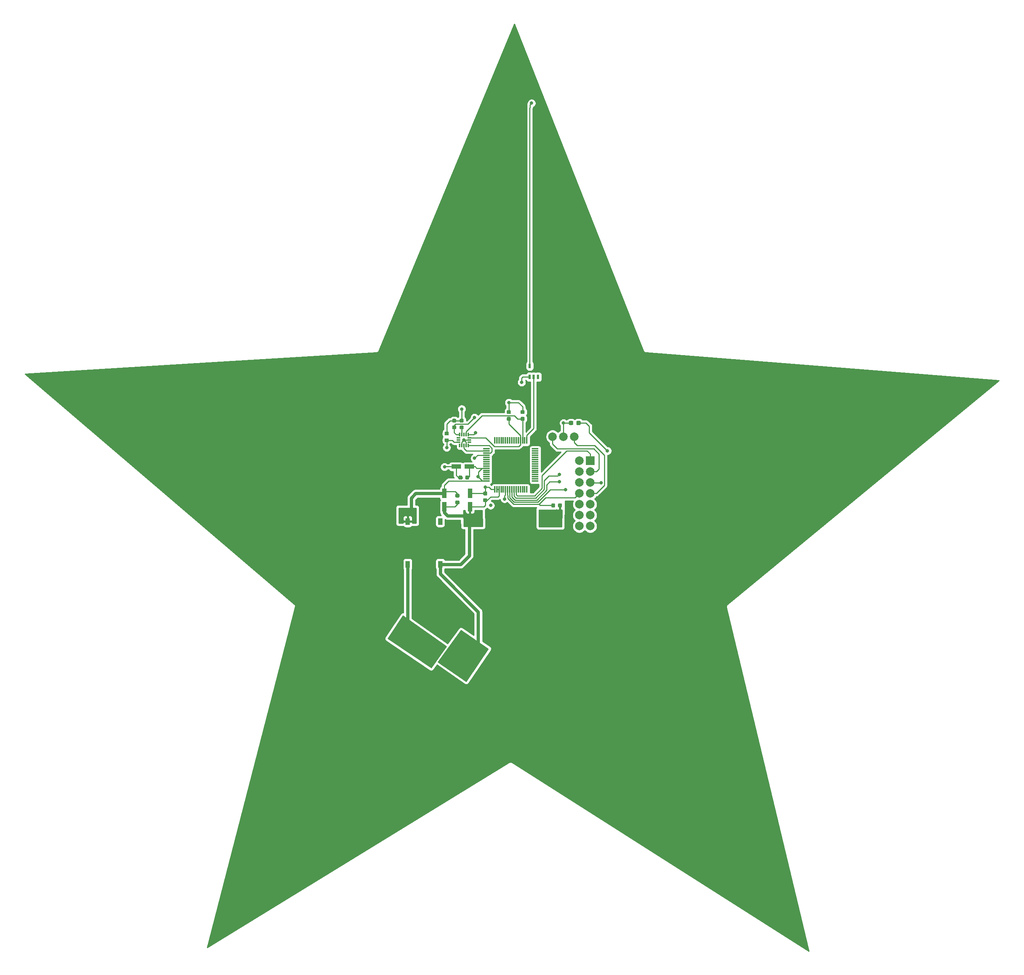
<source format=gbr>
G04 #@! TF.GenerationSoftware,KiCad,Pcbnew,(5.1.5)-3*
G04 #@! TF.CreationDate,2020-04-30T20:14:28+02:00*
G04 #@! TF.ProjectId,5-pointed-Star,352d706f-696e-4746-9564-2d537461722e,rev?*
G04 #@! TF.SameCoordinates,Original*
G04 #@! TF.FileFunction,Copper,L2,Bot*
G04 #@! TF.FilePolarity,Positive*
%FSLAX46Y46*%
G04 Gerber Fmt 4.6, Leading zero omitted, Abs format (unit mm)*
G04 Created by KiCad (PCBNEW (5.1.5)-3) date 2020-04-30 20:14:28*
%MOMM*%
%LPD*%
G04 APERTURE LIST*
%ADD10R,0.300000X0.813000*%
%ADD11R,0.813000X0.300000*%
%ADD12C,2.000000*%
%ADD13R,2.000000X2.000000*%
%ADD14C,3.000000*%
%ADD15C,0.100000*%
%ADD16R,1.500000X0.300000*%
%ADD17R,0.300000X1.500000*%
%ADD18R,1.000000X2.200000*%
%ADD19R,2.200000X1.000000*%
%ADD20R,0.600000X1.100000*%
%ADD21R,1.000000X1.600000*%
%ADD22C,0.800000*%
%ADD23C,0.250000*%
%ADD24C,0.800000*%
%ADD25C,0.254000*%
%ADD26C,0.256000*%
G04 APERTURE END LIST*
D10*
X199940000Y-129425000D03*
X199440000Y-129425000D03*
X198940000Y-129425000D03*
X198440000Y-129425000D03*
X197940000Y-129425000D03*
D11*
X200215000Y-128650000D03*
X200215000Y-128150000D03*
X200215000Y-127650000D03*
X197670000Y-128650000D03*
X197670000Y-128150000D03*
X197670000Y-127650000D03*
D10*
X197940000Y-126870000D03*
X198440000Y-126870000D03*
X198940000Y-126870000D03*
X199440000Y-126870000D03*
X199940000Y-126870000D03*
D12*
X225880000Y-132990000D03*
X225880000Y-138070000D03*
X225880000Y-135530000D03*
X225880000Y-140610000D03*
X225880000Y-143150000D03*
X225880000Y-145690000D03*
X225880000Y-148230000D03*
X228420000Y-148230000D03*
X228420000Y-145690000D03*
X228420000Y-143150000D03*
X228420000Y-140610000D03*
X228420000Y-138070000D03*
X228420000Y-135530000D03*
D13*
X228420000Y-132990000D03*
D12*
X219630000Y-127340000D03*
X222170000Y-127340000D03*
X224710000Y-127340000D03*
D14*
X197113294Y-177676670D02*
X196407952Y-178647490D01*
X191261257Y-178245580D02*
X190290437Y-177540238D01*
X194964304Y-173148773D02*
X193993484Y-172443431D01*
G04 #@! TA.AperFunction,SMDPad,CuDef*
D15*
G36*
X220030191Y-142916053D02*
G01*
X220051426Y-142919203D01*
X220072250Y-142924419D01*
X220092462Y-142931651D01*
X220111868Y-142940830D01*
X220130281Y-142951866D01*
X220147524Y-142964654D01*
X220163430Y-142979070D01*
X220177846Y-142994976D01*
X220190634Y-143012219D01*
X220201670Y-143030632D01*
X220210849Y-143050038D01*
X220218081Y-143070250D01*
X220223297Y-143091074D01*
X220226447Y-143112309D01*
X220227500Y-143133750D01*
X220227500Y-143646250D01*
X220226447Y-143667691D01*
X220223297Y-143688926D01*
X220218081Y-143709750D01*
X220210849Y-143729962D01*
X220201670Y-143749368D01*
X220190634Y-143767781D01*
X220177846Y-143785024D01*
X220163430Y-143800930D01*
X220147524Y-143815346D01*
X220130281Y-143828134D01*
X220111868Y-143839170D01*
X220092462Y-143848349D01*
X220072250Y-143855581D01*
X220051426Y-143860797D01*
X220030191Y-143863947D01*
X220008750Y-143865000D01*
X219571250Y-143865000D01*
X219549809Y-143863947D01*
X219528574Y-143860797D01*
X219507750Y-143855581D01*
X219487538Y-143848349D01*
X219468132Y-143839170D01*
X219449719Y-143828134D01*
X219432476Y-143815346D01*
X219416570Y-143800930D01*
X219402154Y-143785024D01*
X219389366Y-143767781D01*
X219378330Y-143749368D01*
X219369151Y-143729962D01*
X219361919Y-143709750D01*
X219356703Y-143688926D01*
X219353553Y-143667691D01*
X219352500Y-143646250D01*
X219352500Y-143133750D01*
X219353553Y-143112309D01*
X219356703Y-143091074D01*
X219361919Y-143070250D01*
X219369151Y-143050038D01*
X219378330Y-143030632D01*
X219389366Y-143012219D01*
X219402154Y-142994976D01*
X219416570Y-142979070D01*
X219432476Y-142964654D01*
X219449719Y-142951866D01*
X219468132Y-142940830D01*
X219487538Y-142931651D01*
X219507750Y-142924419D01*
X219528574Y-142919203D01*
X219549809Y-142916053D01*
X219571250Y-142915000D01*
X220008750Y-142915000D01*
X220030191Y-142916053D01*
G37*
G04 #@! TD.AperFunction*
G04 #@! TA.AperFunction,SMDPad,CuDef*
G36*
X221605191Y-142916053D02*
G01*
X221626426Y-142919203D01*
X221647250Y-142924419D01*
X221667462Y-142931651D01*
X221686868Y-142940830D01*
X221705281Y-142951866D01*
X221722524Y-142964654D01*
X221738430Y-142979070D01*
X221752846Y-142994976D01*
X221765634Y-143012219D01*
X221776670Y-143030632D01*
X221785849Y-143050038D01*
X221793081Y-143070250D01*
X221798297Y-143091074D01*
X221801447Y-143112309D01*
X221802500Y-143133750D01*
X221802500Y-143646250D01*
X221801447Y-143667691D01*
X221798297Y-143688926D01*
X221793081Y-143709750D01*
X221785849Y-143729962D01*
X221776670Y-143749368D01*
X221765634Y-143767781D01*
X221752846Y-143785024D01*
X221738430Y-143800930D01*
X221722524Y-143815346D01*
X221705281Y-143828134D01*
X221686868Y-143839170D01*
X221667462Y-143848349D01*
X221647250Y-143855581D01*
X221626426Y-143860797D01*
X221605191Y-143863947D01*
X221583750Y-143865000D01*
X221146250Y-143865000D01*
X221124809Y-143863947D01*
X221103574Y-143860797D01*
X221082750Y-143855581D01*
X221062538Y-143848349D01*
X221043132Y-143839170D01*
X221024719Y-143828134D01*
X221007476Y-143815346D01*
X220991570Y-143800930D01*
X220977154Y-143785024D01*
X220964366Y-143767781D01*
X220953330Y-143749368D01*
X220944151Y-143729962D01*
X220936919Y-143709750D01*
X220931703Y-143688926D01*
X220928553Y-143667691D01*
X220927500Y-143646250D01*
X220927500Y-143133750D01*
X220928553Y-143112309D01*
X220931703Y-143091074D01*
X220936919Y-143070250D01*
X220944151Y-143050038D01*
X220953330Y-143030632D01*
X220964366Y-143012219D01*
X220977154Y-142994976D01*
X220991570Y-142979070D01*
X221007476Y-142964654D01*
X221024719Y-142951866D01*
X221043132Y-142940830D01*
X221062538Y-142931651D01*
X221082750Y-142924419D01*
X221103574Y-142919203D01*
X221124809Y-142916053D01*
X221146250Y-142915000D01*
X221583750Y-142915000D01*
X221605191Y-142916053D01*
G37*
G04 #@! TD.AperFunction*
G04 #@! TA.AperFunction,SMDPad,CuDef*
G36*
X197717691Y-142251053D02*
G01*
X197738926Y-142254203D01*
X197759750Y-142259419D01*
X197779962Y-142266651D01*
X197799368Y-142275830D01*
X197817781Y-142286866D01*
X197835024Y-142299654D01*
X197850930Y-142314070D01*
X197865346Y-142329976D01*
X197878134Y-142347219D01*
X197889170Y-142365632D01*
X197898349Y-142385038D01*
X197905581Y-142405250D01*
X197910797Y-142426074D01*
X197913947Y-142447309D01*
X197915000Y-142468750D01*
X197915000Y-142906250D01*
X197913947Y-142927691D01*
X197910797Y-142948926D01*
X197905581Y-142969750D01*
X197898349Y-142989962D01*
X197889170Y-143009368D01*
X197878134Y-143027781D01*
X197865346Y-143045024D01*
X197850930Y-143060930D01*
X197835024Y-143075346D01*
X197817781Y-143088134D01*
X197799368Y-143099170D01*
X197779962Y-143108349D01*
X197759750Y-143115581D01*
X197738926Y-143120797D01*
X197717691Y-143123947D01*
X197696250Y-143125000D01*
X197183750Y-143125000D01*
X197162309Y-143123947D01*
X197141074Y-143120797D01*
X197120250Y-143115581D01*
X197100038Y-143108349D01*
X197080632Y-143099170D01*
X197062219Y-143088134D01*
X197044976Y-143075346D01*
X197029070Y-143060930D01*
X197014654Y-143045024D01*
X197001866Y-143027781D01*
X196990830Y-143009368D01*
X196981651Y-142989962D01*
X196974419Y-142969750D01*
X196969203Y-142948926D01*
X196966053Y-142927691D01*
X196965000Y-142906250D01*
X196965000Y-142468750D01*
X196966053Y-142447309D01*
X196969203Y-142426074D01*
X196974419Y-142405250D01*
X196981651Y-142385038D01*
X196990830Y-142365632D01*
X197001866Y-142347219D01*
X197014654Y-142329976D01*
X197029070Y-142314070D01*
X197044976Y-142299654D01*
X197062219Y-142286866D01*
X197080632Y-142275830D01*
X197100038Y-142266651D01*
X197120250Y-142259419D01*
X197141074Y-142254203D01*
X197162309Y-142251053D01*
X197183750Y-142250000D01*
X197696250Y-142250000D01*
X197717691Y-142251053D01*
G37*
G04 #@! TD.AperFunction*
G04 #@! TA.AperFunction,SMDPad,CuDef*
G36*
X197717691Y-140676053D02*
G01*
X197738926Y-140679203D01*
X197759750Y-140684419D01*
X197779962Y-140691651D01*
X197799368Y-140700830D01*
X197817781Y-140711866D01*
X197835024Y-140724654D01*
X197850930Y-140739070D01*
X197865346Y-140754976D01*
X197878134Y-140772219D01*
X197889170Y-140790632D01*
X197898349Y-140810038D01*
X197905581Y-140830250D01*
X197910797Y-140851074D01*
X197913947Y-140872309D01*
X197915000Y-140893750D01*
X197915000Y-141331250D01*
X197913947Y-141352691D01*
X197910797Y-141373926D01*
X197905581Y-141394750D01*
X197898349Y-141414962D01*
X197889170Y-141434368D01*
X197878134Y-141452781D01*
X197865346Y-141470024D01*
X197850930Y-141485930D01*
X197835024Y-141500346D01*
X197817781Y-141513134D01*
X197799368Y-141524170D01*
X197779962Y-141533349D01*
X197759750Y-141540581D01*
X197738926Y-141545797D01*
X197717691Y-141548947D01*
X197696250Y-141550000D01*
X197183750Y-141550000D01*
X197162309Y-141548947D01*
X197141074Y-141545797D01*
X197120250Y-141540581D01*
X197100038Y-141533349D01*
X197080632Y-141524170D01*
X197062219Y-141513134D01*
X197044976Y-141500346D01*
X197029070Y-141485930D01*
X197014654Y-141470024D01*
X197001866Y-141452781D01*
X196990830Y-141434368D01*
X196981651Y-141414962D01*
X196974419Y-141394750D01*
X196969203Y-141373926D01*
X196966053Y-141352691D01*
X196965000Y-141331250D01*
X196965000Y-140893750D01*
X196966053Y-140872309D01*
X196969203Y-140851074D01*
X196974419Y-140830250D01*
X196981651Y-140810038D01*
X196990830Y-140790632D01*
X197001866Y-140772219D01*
X197014654Y-140754976D01*
X197029070Y-140739070D01*
X197044976Y-140724654D01*
X197062219Y-140711866D01*
X197080632Y-140700830D01*
X197100038Y-140691651D01*
X197120250Y-140684419D01*
X197141074Y-140679203D01*
X197162309Y-140676053D01*
X197183750Y-140675000D01*
X197696250Y-140675000D01*
X197717691Y-140676053D01*
G37*
G04 #@! TD.AperFunction*
G04 #@! TA.AperFunction,SMDPad,CuDef*
G36*
X204217691Y-140176053D02*
G01*
X204238926Y-140179203D01*
X204259750Y-140184419D01*
X204279962Y-140191651D01*
X204299368Y-140200830D01*
X204317781Y-140211866D01*
X204335024Y-140224654D01*
X204350930Y-140239070D01*
X204365346Y-140254976D01*
X204378134Y-140272219D01*
X204389170Y-140290632D01*
X204398349Y-140310038D01*
X204405581Y-140330250D01*
X204410797Y-140351074D01*
X204413947Y-140372309D01*
X204415000Y-140393750D01*
X204415000Y-140831250D01*
X204413947Y-140852691D01*
X204410797Y-140873926D01*
X204405581Y-140894750D01*
X204398349Y-140914962D01*
X204389170Y-140934368D01*
X204378134Y-140952781D01*
X204365346Y-140970024D01*
X204350930Y-140985930D01*
X204335024Y-141000346D01*
X204317781Y-141013134D01*
X204299368Y-141024170D01*
X204279962Y-141033349D01*
X204259750Y-141040581D01*
X204238926Y-141045797D01*
X204217691Y-141048947D01*
X204196250Y-141050000D01*
X203683750Y-141050000D01*
X203662309Y-141048947D01*
X203641074Y-141045797D01*
X203620250Y-141040581D01*
X203600038Y-141033349D01*
X203580632Y-141024170D01*
X203562219Y-141013134D01*
X203544976Y-141000346D01*
X203529070Y-140985930D01*
X203514654Y-140970024D01*
X203501866Y-140952781D01*
X203490830Y-140934368D01*
X203481651Y-140914962D01*
X203474419Y-140894750D01*
X203469203Y-140873926D01*
X203466053Y-140852691D01*
X203465000Y-140831250D01*
X203465000Y-140393750D01*
X203466053Y-140372309D01*
X203469203Y-140351074D01*
X203474419Y-140330250D01*
X203481651Y-140310038D01*
X203490830Y-140290632D01*
X203501866Y-140272219D01*
X203514654Y-140254976D01*
X203529070Y-140239070D01*
X203544976Y-140224654D01*
X203562219Y-140211866D01*
X203580632Y-140200830D01*
X203600038Y-140191651D01*
X203620250Y-140184419D01*
X203641074Y-140179203D01*
X203662309Y-140176053D01*
X203683750Y-140175000D01*
X204196250Y-140175000D01*
X204217691Y-140176053D01*
G37*
G04 #@! TD.AperFunction*
G04 #@! TA.AperFunction,SMDPad,CuDef*
G36*
X204217691Y-141751053D02*
G01*
X204238926Y-141754203D01*
X204259750Y-141759419D01*
X204279962Y-141766651D01*
X204299368Y-141775830D01*
X204317781Y-141786866D01*
X204335024Y-141799654D01*
X204350930Y-141814070D01*
X204365346Y-141829976D01*
X204378134Y-141847219D01*
X204389170Y-141865632D01*
X204398349Y-141885038D01*
X204405581Y-141905250D01*
X204410797Y-141926074D01*
X204413947Y-141947309D01*
X204415000Y-141968750D01*
X204415000Y-142406250D01*
X204413947Y-142427691D01*
X204410797Y-142448926D01*
X204405581Y-142469750D01*
X204398349Y-142489962D01*
X204389170Y-142509368D01*
X204378134Y-142527781D01*
X204365346Y-142545024D01*
X204350930Y-142560930D01*
X204335024Y-142575346D01*
X204317781Y-142588134D01*
X204299368Y-142599170D01*
X204279962Y-142608349D01*
X204259750Y-142615581D01*
X204238926Y-142620797D01*
X204217691Y-142623947D01*
X204196250Y-142625000D01*
X203683750Y-142625000D01*
X203662309Y-142623947D01*
X203641074Y-142620797D01*
X203620250Y-142615581D01*
X203600038Y-142608349D01*
X203580632Y-142599170D01*
X203562219Y-142588134D01*
X203544976Y-142575346D01*
X203529070Y-142560930D01*
X203514654Y-142545024D01*
X203501866Y-142527781D01*
X203490830Y-142509368D01*
X203481651Y-142489962D01*
X203474419Y-142469750D01*
X203469203Y-142448926D01*
X203466053Y-142427691D01*
X203465000Y-142406250D01*
X203465000Y-141968750D01*
X203466053Y-141947309D01*
X203469203Y-141926074D01*
X203474419Y-141905250D01*
X203481651Y-141885038D01*
X203490830Y-141865632D01*
X203501866Y-141847219D01*
X203514654Y-141829976D01*
X203529070Y-141814070D01*
X203544976Y-141799654D01*
X203562219Y-141786866D01*
X203580632Y-141775830D01*
X203600038Y-141766651D01*
X203620250Y-141759419D01*
X203641074Y-141754203D01*
X203662309Y-141751053D01*
X203683750Y-141750000D01*
X204196250Y-141750000D01*
X204217691Y-141751053D01*
G37*
G04 #@! TD.AperFunction*
G04 #@! TA.AperFunction,SMDPad,CuDef*
G36*
X198392691Y-136426053D02*
G01*
X198413926Y-136429203D01*
X198434750Y-136434419D01*
X198454962Y-136441651D01*
X198474368Y-136450830D01*
X198492781Y-136461866D01*
X198510024Y-136474654D01*
X198525930Y-136489070D01*
X198540346Y-136504976D01*
X198553134Y-136522219D01*
X198564170Y-136540632D01*
X198573349Y-136560038D01*
X198580581Y-136580250D01*
X198585797Y-136601074D01*
X198588947Y-136622309D01*
X198590000Y-136643750D01*
X198590000Y-137156250D01*
X198588947Y-137177691D01*
X198585797Y-137198926D01*
X198580581Y-137219750D01*
X198573349Y-137239962D01*
X198564170Y-137259368D01*
X198553134Y-137277781D01*
X198540346Y-137295024D01*
X198525930Y-137310930D01*
X198510024Y-137325346D01*
X198492781Y-137338134D01*
X198474368Y-137349170D01*
X198454962Y-137358349D01*
X198434750Y-137365581D01*
X198413926Y-137370797D01*
X198392691Y-137373947D01*
X198371250Y-137375000D01*
X197933750Y-137375000D01*
X197912309Y-137373947D01*
X197891074Y-137370797D01*
X197870250Y-137365581D01*
X197850038Y-137358349D01*
X197830632Y-137349170D01*
X197812219Y-137338134D01*
X197794976Y-137325346D01*
X197779070Y-137310930D01*
X197764654Y-137295024D01*
X197751866Y-137277781D01*
X197740830Y-137259368D01*
X197731651Y-137239962D01*
X197724419Y-137219750D01*
X197719203Y-137198926D01*
X197716053Y-137177691D01*
X197715000Y-137156250D01*
X197715000Y-136643750D01*
X197716053Y-136622309D01*
X197719203Y-136601074D01*
X197724419Y-136580250D01*
X197731651Y-136560038D01*
X197740830Y-136540632D01*
X197751866Y-136522219D01*
X197764654Y-136504976D01*
X197779070Y-136489070D01*
X197794976Y-136474654D01*
X197812219Y-136461866D01*
X197830632Y-136450830D01*
X197850038Y-136441651D01*
X197870250Y-136434419D01*
X197891074Y-136429203D01*
X197912309Y-136426053D01*
X197933750Y-136425000D01*
X198371250Y-136425000D01*
X198392691Y-136426053D01*
G37*
G04 #@! TD.AperFunction*
G04 #@! TA.AperFunction,SMDPad,CuDef*
G36*
X199967691Y-136426053D02*
G01*
X199988926Y-136429203D01*
X200009750Y-136434419D01*
X200029962Y-136441651D01*
X200049368Y-136450830D01*
X200067781Y-136461866D01*
X200085024Y-136474654D01*
X200100930Y-136489070D01*
X200115346Y-136504976D01*
X200128134Y-136522219D01*
X200139170Y-136540632D01*
X200148349Y-136560038D01*
X200155581Y-136580250D01*
X200160797Y-136601074D01*
X200163947Y-136622309D01*
X200165000Y-136643750D01*
X200165000Y-137156250D01*
X200163947Y-137177691D01*
X200160797Y-137198926D01*
X200155581Y-137219750D01*
X200148349Y-137239962D01*
X200139170Y-137259368D01*
X200128134Y-137277781D01*
X200115346Y-137295024D01*
X200100930Y-137310930D01*
X200085024Y-137325346D01*
X200067781Y-137338134D01*
X200049368Y-137349170D01*
X200029962Y-137358349D01*
X200009750Y-137365581D01*
X199988926Y-137370797D01*
X199967691Y-137373947D01*
X199946250Y-137375000D01*
X199508750Y-137375000D01*
X199487309Y-137373947D01*
X199466074Y-137370797D01*
X199445250Y-137365581D01*
X199425038Y-137358349D01*
X199405632Y-137349170D01*
X199387219Y-137338134D01*
X199369976Y-137325346D01*
X199354070Y-137310930D01*
X199339654Y-137295024D01*
X199326866Y-137277781D01*
X199315830Y-137259368D01*
X199306651Y-137239962D01*
X199299419Y-137219750D01*
X199294203Y-137198926D01*
X199291053Y-137177691D01*
X199290000Y-137156250D01*
X199290000Y-136643750D01*
X199291053Y-136622309D01*
X199294203Y-136601074D01*
X199299419Y-136580250D01*
X199306651Y-136560038D01*
X199315830Y-136540632D01*
X199326866Y-136522219D01*
X199339654Y-136504976D01*
X199354070Y-136489070D01*
X199369976Y-136474654D01*
X199387219Y-136461866D01*
X199405632Y-136450830D01*
X199425038Y-136441651D01*
X199445250Y-136434419D01*
X199466074Y-136429203D01*
X199487309Y-136426053D01*
X199508750Y-136425000D01*
X199946250Y-136425000D01*
X199967691Y-136426053D01*
G37*
G04 #@! TD.AperFunction*
G04 #@! TA.AperFunction,SMDPad,CuDef*
G36*
X198717691Y-123176053D02*
G01*
X198738926Y-123179203D01*
X198759750Y-123184419D01*
X198779962Y-123191651D01*
X198799368Y-123200830D01*
X198817781Y-123211866D01*
X198835024Y-123224654D01*
X198850930Y-123239070D01*
X198865346Y-123254976D01*
X198878134Y-123272219D01*
X198889170Y-123290632D01*
X198898349Y-123310038D01*
X198905581Y-123330250D01*
X198910797Y-123351074D01*
X198913947Y-123372309D01*
X198915000Y-123393750D01*
X198915000Y-123831250D01*
X198913947Y-123852691D01*
X198910797Y-123873926D01*
X198905581Y-123894750D01*
X198898349Y-123914962D01*
X198889170Y-123934368D01*
X198878134Y-123952781D01*
X198865346Y-123970024D01*
X198850930Y-123985930D01*
X198835024Y-124000346D01*
X198817781Y-124013134D01*
X198799368Y-124024170D01*
X198779962Y-124033349D01*
X198759750Y-124040581D01*
X198738926Y-124045797D01*
X198717691Y-124048947D01*
X198696250Y-124050000D01*
X198183750Y-124050000D01*
X198162309Y-124048947D01*
X198141074Y-124045797D01*
X198120250Y-124040581D01*
X198100038Y-124033349D01*
X198080632Y-124024170D01*
X198062219Y-124013134D01*
X198044976Y-124000346D01*
X198029070Y-123985930D01*
X198014654Y-123970024D01*
X198001866Y-123952781D01*
X197990830Y-123934368D01*
X197981651Y-123914962D01*
X197974419Y-123894750D01*
X197969203Y-123873926D01*
X197966053Y-123852691D01*
X197965000Y-123831250D01*
X197965000Y-123393750D01*
X197966053Y-123372309D01*
X197969203Y-123351074D01*
X197974419Y-123330250D01*
X197981651Y-123310038D01*
X197990830Y-123290632D01*
X198001866Y-123272219D01*
X198014654Y-123254976D01*
X198029070Y-123239070D01*
X198044976Y-123224654D01*
X198062219Y-123211866D01*
X198080632Y-123200830D01*
X198100038Y-123191651D01*
X198120250Y-123184419D01*
X198141074Y-123179203D01*
X198162309Y-123176053D01*
X198183750Y-123175000D01*
X198696250Y-123175000D01*
X198717691Y-123176053D01*
G37*
G04 #@! TD.AperFunction*
G04 #@! TA.AperFunction,SMDPad,CuDef*
G36*
X198717691Y-124751053D02*
G01*
X198738926Y-124754203D01*
X198759750Y-124759419D01*
X198779962Y-124766651D01*
X198799368Y-124775830D01*
X198817781Y-124786866D01*
X198835024Y-124799654D01*
X198850930Y-124814070D01*
X198865346Y-124829976D01*
X198878134Y-124847219D01*
X198889170Y-124865632D01*
X198898349Y-124885038D01*
X198905581Y-124905250D01*
X198910797Y-124926074D01*
X198913947Y-124947309D01*
X198915000Y-124968750D01*
X198915000Y-125406250D01*
X198913947Y-125427691D01*
X198910797Y-125448926D01*
X198905581Y-125469750D01*
X198898349Y-125489962D01*
X198889170Y-125509368D01*
X198878134Y-125527781D01*
X198865346Y-125545024D01*
X198850930Y-125560930D01*
X198835024Y-125575346D01*
X198817781Y-125588134D01*
X198799368Y-125599170D01*
X198779962Y-125608349D01*
X198759750Y-125615581D01*
X198738926Y-125620797D01*
X198717691Y-125623947D01*
X198696250Y-125625000D01*
X198183750Y-125625000D01*
X198162309Y-125623947D01*
X198141074Y-125620797D01*
X198120250Y-125615581D01*
X198100038Y-125608349D01*
X198080632Y-125599170D01*
X198062219Y-125588134D01*
X198044976Y-125575346D01*
X198029070Y-125560930D01*
X198014654Y-125545024D01*
X198001866Y-125527781D01*
X197990830Y-125509368D01*
X197981651Y-125489962D01*
X197974419Y-125469750D01*
X197969203Y-125448926D01*
X197966053Y-125427691D01*
X197965000Y-125406250D01*
X197965000Y-124968750D01*
X197966053Y-124947309D01*
X197969203Y-124926074D01*
X197974419Y-124905250D01*
X197981651Y-124885038D01*
X197990830Y-124865632D01*
X198001866Y-124847219D01*
X198014654Y-124829976D01*
X198029070Y-124814070D01*
X198044976Y-124799654D01*
X198062219Y-124786866D01*
X198080632Y-124775830D01*
X198100038Y-124766651D01*
X198120250Y-124759419D01*
X198141074Y-124754203D01*
X198162309Y-124751053D01*
X198183750Y-124750000D01*
X198696250Y-124750000D01*
X198717691Y-124751053D01*
G37*
G04 #@! TD.AperFunction*
G04 #@! TA.AperFunction,SMDPad,CuDef*
G36*
X196967691Y-123176053D02*
G01*
X196988926Y-123179203D01*
X197009750Y-123184419D01*
X197029962Y-123191651D01*
X197049368Y-123200830D01*
X197067781Y-123211866D01*
X197085024Y-123224654D01*
X197100930Y-123239070D01*
X197115346Y-123254976D01*
X197128134Y-123272219D01*
X197139170Y-123290632D01*
X197148349Y-123310038D01*
X197155581Y-123330250D01*
X197160797Y-123351074D01*
X197163947Y-123372309D01*
X197165000Y-123393750D01*
X197165000Y-123831250D01*
X197163947Y-123852691D01*
X197160797Y-123873926D01*
X197155581Y-123894750D01*
X197148349Y-123914962D01*
X197139170Y-123934368D01*
X197128134Y-123952781D01*
X197115346Y-123970024D01*
X197100930Y-123985930D01*
X197085024Y-124000346D01*
X197067781Y-124013134D01*
X197049368Y-124024170D01*
X197029962Y-124033349D01*
X197009750Y-124040581D01*
X196988926Y-124045797D01*
X196967691Y-124048947D01*
X196946250Y-124050000D01*
X196433750Y-124050000D01*
X196412309Y-124048947D01*
X196391074Y-124045797D01*
X196370250Y-124040581D01*
X196350038Y-124033349D01*
X196330632Y-124024170D01*
X196312219Y-124013134D01*
X196294976Y-124000346D01*
X196279070Y-123985930D01*
X196264654Y-123970024D01*
X196251866Y-123952781D01*
X196240830Y-123934368D01*
X196231651Y-123914962D01*
X196224419Y-123894750D01*
X196219203Y-123873926D01*
X196216053Y-123852691D01*
X196215000Y-123831250D01*
X196215000Y-123393750D01*
X196216053Y-123372309D01*
X196219203Y-123351074D01*
X196224419Y-123330250D01*
X196231651Y-123310038D01*
X196240830Y-123290632D01*
X196251866Y-123272219D01*
X196264654Y-123254976D01*
X196279070Y-123239070D01*
X196294976Y-123224654D01*
X196312219Y-123211866D01*
X196330632Y-123200830D01*
X196350038Y-123191651D01*
X196370250Y-123184419D01*
X196391074Y-123179203D01*
X196412309Y-123176053D01*
X196433750Y-123175000D01*
X196946250Y-123175000D01*
X196967691Y-123176053D01*
G37*
G04 #@! TD.AperFunction*
G04 #@! TA.AperFunction,SMDPad,CuDef*
G36*
X196967691Y-124751053D02*
G01*
X196988926Y-124754203D01*
X197009750Y-124759419D01*
X197029962Y-124766651D01*
X197049368Y-124775830D01*
X197067781Y-124786866D01*
X197085024Y-124799654D01*
X197100930Y-124814070D01*
X197115346Y-124829976D01*
X197128134Y-124847219D01*
X197139170Y-124865632D01*
X197148349Y-124885038D01*
X197155581Y-124905250D01*
X197160797Y-124926074D01*
X197163947Y-124947309D01*
X197165000Y-124968750D01*
X197165000Y-125406250D01*
X197163947Y-125427691D01*
X197160797Y-125448926D01*
X197155581Y-125469750D01*
X197148349Y-125489962D01*
X197139170Y-125509368D01*
X197128134Y-125527781D01*
X197115346Y-125545024D01*
X197100930Y-125560930D01*
X197085024Y-125575346D01*
X197067781Y-125588134D01*
X197049368Y-125599170D01*
X197029962Y-125608349D01*
X197009750Y-125615581D01*
X196988926Y-125620797D01*
X196967691Y-125623947D01*
X196946250Y-125625000D01*
X196433750Y-125625000D01*
X196412309Y-125623947D01*
X196391074Y-125620797D01*
X196370250Y-125615581D01*
X196350038Y-125608349D01*
X196330632Y-125599170D01*
X196312219Y-125588134D01*
X196294976Y-125575346D01*
X196279070Y-125560930D01*
X196264654Y-125545024D01*
X196251866Y-125527781D01*
X196240830Y-125509368D01*
X196231651Y-125489962D01*
X196224419Y-125469750D01*
X196219203Y-125448926D01*
X196216053Y-125427691D01*
X196215000Y-125406250D01*
X196215000Y-124968750D01*
X196216053Y-124947309D01*
X196219203Y-124926074D01*
X196224419Y-124905250D01*
X196231651Y-124885038D01*
X196240830Y-124865632D01*
X196251866Y-124847219D01*
X196264654Y-124829976D01*
X196279070Y-124814070D01*
X196294976Y-124799654D01*
X196312219Y-124786866D01*
X196330632Y-124775830D01*
X196350038Y-124766651D01*
X196370250Y-124759419D01*
X196391074Y-124754203D01*
X196412309Y-124751053D01*
X196433750Y-124750000D01*
X196946250Y-124750000D01*
X196967691Y-124751053D01*
G37*
G04 #@! TD.AperFunction*
G04 #@! TA.AperFunction,SMDPad,CuDef*
G36*
X195217691Y-126176053D02*
G01*
X195238926Y-126179203D01*
X195259750Y-126184419D01*
X195279962Y-126191651D01*
X195299368Y-126200830D01*
X195317781Y-126211866D01*
X195335024Y-126224654D01*
X195350930Y-126239070D01*
X195365346Y-126254976D01*
X195378134Y-126272219D01*
X195389170Y-126290632D01*
X195398349Y-126310038D01*
X195405581Y-126330250D01*
X195410797Y-126351074D01*
X195413947Y-126372309D01*
X195415000Y-126393750D01*
X195415000Y-126831250D01*
X195413947Y-126852691D01*
X195410797Y-126873926D01*
X195405581Y-126894750D01*
X195398349Y-126914962D01*
X195389170Y-126934368D01*
X195378134Y-126952781D01*
X195365346Y-126970024D01*
X195350930Y-126985930D01*
X195335024Y-127000346D01*
X195317781Y-127013134D01*
X195299368Y-127024170D01*
X195279962Y-127033349D01*
X195259750Y-127040581D01*
X195238926Y-127045797D01*
X195217691Y-127048947D01*
X195196250Y-127050000D01*
X194683750Y-127050000D01*
X194662309Y-127048947D01*
X194641074Y-127045797D01*
X194620250Y-127040581D01*
X194600038Y-127033349D01*
X194580632Y-127024170D01*
X194562219Y-127013134D01*
X194544976Y-127000346D01*
X194529070Y-126985930D01*
X194514654Y-126970024D01*
X194501866Y-126952781D01*
X194490830Y-126934368D01*
X194481651Y-126914962D01*
X194474419Y-126894750D01*
X194469203Y-126873926D01*
X194466053Y-126852691D01*
X194465000Y-126831250D01*
X194465000Y-126393750D01*
X194466053Y-126372309D01*
X194469203Y-126351074D01*
X194474419Y-126330250D01*
X194481651Y-126310038D01*
X194490830Y-126290632D01*
X194501866Y-126272219D01*
X194514654Y-126254976D01*
X194529070Y-126239070D01*
X194544976Y-126224654D01*
X194562219Y-126211866D01*
X194580632Y-126200830D01*
X194600038Y-126191651D01*
X194620250Y-126184419D01*
X194641074Y-126179203D01*
X194662309Y-126176053D01*
X194683750Y-126175000D01*
X195196250Y-126175000D01*
X195217691Y-126176053D01*
G37*
G04 #@! TD.AperFunction*
G04 #@! TA.AperFunction,SMDPad,CuDef*
G36*
X195217691Y-127751053D02*
G01*
X195238926Y-127754203D01*
X195259750Y-127759419D01*
X195279962Y-127766651D01*
X195299368Y-127775830D01*
X195317781Y-127786866D01*
X195335024Y-127799654D01*
X195350930Y-127814070D01*
X195365346Y-127829976D01*
X195378134Y-127847219D01*
X195389170Y-127865632D01*
X195398349Y-127885038D01*
X195405581Y-127905250D01*
X195410797Y-127926074D01*
X195413947Y-127947309D01*
X195415000Y-127968750D01*
X195415000Y-128406250D01*
X195413947Y-128427691D01*
X195410797Y-128448926D01*
X195405581Y-128469750D01*
X195398349Y-128489962D01*
X195389170Y-128509368D01*
X195378134Y-128527781D01*
X195365346Y-128545024D01*
X195350930Y-128560930D01*
X195335024Y-128575346D01*
X195317781Y-128588134D01*
X195299368Y-128599170D01*
X195279962Y-128608349D01*
X195259750Y-128615581D01*
X195238926Y-128620797D01*
X195217691Y-128623947D01*
X195196250Y-128625000D01*
X194683750Y-128625000D01*
X194662309Y-128623947D01*
X194641074Y-128620797D01*
X194620250Y-128615581D01*
X194600038Y-128608349D01*
X194580632Y-128599170D01*
X194562219Y-128588134D01*
X194544976Y-128575346D01*
X194529070Y-128560930D01*
X194514654Y-128545024D01*
X194501866Y-128527781D01*
X194490830Y-128509368D01*
X194481651Y-128489962D01*
X194474419Y-128469750D01*
X194469203Y-128448926D01*
X194466053Y-128427691D01*
X194465000Y-128406250D01*
X194465000Y-127968750D01*
X194466053Y-127947309D01*
X194469203Y-127926074D01*
X194474419Y-127905250D01*
X194481651Y-127885038D01*
X194490830Y-127865632D01*
X194501866Y-127847219D01*
X194514654Y-127829976D01*
X194529070Y-127814070D01*
X194544976Y-127799654D01*
X194562219Y-127786866D01*
X194580632Y-127775830D01*
X194600038Y-127766651D01*
X194620250Y-127759419D01*
X194641074Y-127754203D01*
X194662309Y-127751053D01*
X194683750Y-127750000D01*
X195196250Y-127750000D01*
X195217691Y-127751053D01*
G37*
G04 #@! TD.AperFunction*
D16*
X204190000Y-137700000D03*
X204190000Y-137200000D03*
X204190000Y-136700000D03*
X204190000Y-136200000D03*
X204190000Y-135700000D03*
X204190000Y-135200000D03*
X204190000Y-134700000D03*
X204190000Y-134200000D03*
X204190000Y-133700000D03*
X204190000Y-133200000D03*
X204190000Y-132700000D03*
X204190000Y-132200000D03*
X204190000Y-131700000D03*
X204190000Y-131200000D03*
X204190000Y-130700000D03*
X204190000Y-130200000D03*
D17*
X206140000Y-128250000D03*
X206640000Y-128250000D03*
X207140000Y-128250000D03*
X207640000Y-128250000D03*
X208140000Y-128250000D03*
X208640000Y-128250000D03*
X209140000Y-128250000D03*
X209640000Y-128250000D03*
X210140000Y-128250000D03*
X210640000Y-128250000D03*
X211140000Y-128250000D03*
X211640000Y-128250000D03*
X212140000Y-128250000D03*
X212640000Y-128250000D03*
X213140000Y-128250000D03*
X213640000Y-128250000D03*
D16*
X215590000Y-130200000D03*
X215590000Y-130700000D03*
X215590000Y-131200000D03*
X215590000Y-131700000D03*
X215590000Y-132200000D03*
X215590000Y-132700000D03*
X215590000Y-133200000D03*
X215590000Y-133700000D03*
X215590000Y-134200000D03*
X215590000Y-134700000D03*
X215590000Y-135200000D03*
X215590000Y-135700000D03*
X215590000Y-136200000D03*
X215590000Y-136700000D03*
X215590000Y-137200000D03*
X215590000Y-137700000D03*
D17*
X213640000Y-139650000D03*
X213140000Y-139650000D03*
X212640000Y-139650000D03*
X212140000Y-139650000D03*
X211640000Y-139650000D03*
X211140000Y-139650000D03*
X210640000Y-139650000D03*
X210140000Y-139650000D03*
X209640000Y-139650000D03*
X209140000Y-139650000D03*
X208640000Y-139650000D03*
X208140000Y-139650000D03*
X207640000Y-139650000D03*
X207140000Y-139650000D03*
X206640000Y-139650000D03*
X206140000Y-139650000D03*
D18*
X200390000Y-143700000D03*
X200390000Y-140600000D03*
X194390000Y-143700000D03*
X194390000Y-140600000D03*
D19*
X197140000Y-134350000D03*
X200240000Y-134350000D03*
D20*
X216225000Y-110825000D03*
X214325700Y-110825000D03*
X214325000Y-113425000D03*
X215250000Y-113425000D03*
X216225000Y-113425000D03*
D21*
X185840000Y-147150000D03*
X193440000Y-147150000D03*
X185840000Y-157150000D03*
X190940000Y-157150000D03*
X193440000Y-157150000D03*
G04 #@! TA.AperFunction,SMDPad,CuDef*
D15*
G36*
X226000779Y-123676144D02*
G01*
X226023834Y-123679563D01*
X226046443Y-123685227D01*
X226068387Y-123693079D01*
X226089457Y-123703044D01*
X226109448Y-123715026D01*
X226128168Y-123728910D01*
X226145438Y-123744562D01*
X226161090Y-123761832D01*
X226174974Y-123780552D01*
X226186956Y-123800543D01*
X226196921Y-123821613D01*
X226204773Y-123843557D01*
X226210437Y-123866166D01*
X226213856Y-123889221D01*
X226215000Y-123912500D01*
X226215000Y-124387500D01*
X226213856Y-124410779D01*
X226210437Y-124433834D01*
X226204773Y-124456443D01*
X226196921Y-124478387D01*
X226186956Y-124499457D01*
X226174974Y-124519448D01*
X226161090Y-124538168D01*
X226145438Y-124555438D01*
X226128168Y-124571090D01*
X226109448Y-124584974D01*
X226089457Y-124596956D01*
X226068387Y-124606921D01*
X226046443Y-124614773D01*
X226023834Y-124620437D01*
X226000779Y-124623856D01*
X225977500Y-124625000D01*
X225402500Y-124625000D01*
X225379221Y-124623856D01*
X225356166Y-124620437D01*
X225333557Y-124614773D01*
X225311613Y-124606921D01*
X225290543Y-124596956D01*
X225270552Y-124584974D01*
X225251832Y-124571090D01*
X225234562Y-124555438D01*
X225218910Y-124538168D01*
X225205026Y-124519448D01*
X225193044Y-124499457D01*
X225183079Y-124478387D01*
X225175227Y-124456443D01*
X225169563Y-124433834D01*
X225166144Y-124410779D01*
X225165000Y-124387500D01*
X225165000Y-123912500D01*
X225166144Y-123889221D01*
X225169563Y-123866166D01*
X225175227Y-123843557D01*
X225183079Y-123821613D01*
X225193044Y-123800543D01*
X225205026Y-123780552D01*
X225218910Y-123761832D01*
X225234562Y-123744562D01*
X225251832Y-123728910D01*
X225270552Y-123715026D01*
X225290543Y-123703044D01*
X225311613Y-123693079D01*
X225333557Y-123685227D01*
X225356166Y-123679563D01*
X225379221Y-123676144D01*
X225402500Y-123675000D01*
X225977500Y-123675000D01*
X226000779Y-123676144D01*
G37*
G04 #@! TD.AperFunction*
G04 #@! TA.AperFunction,SMDPad,CuDef*
G36*
X224250779Y-123676144D02*
G01*
X224273834Y-123679563D01*
X224296443Y-123685227D01*
X224318387Y-123693079D01*
X224339457Y-123703044D01*
X224359448Y-123715026D01*
X224378168Y-123728910D01*
X224395438Y-123744562D01*
X224411090Y-123761832D01*
X224424974Y-123780552D01*
X224436956Y-123800543D01*
X224446921Y-123821613D01*
X224454773Y-123843557D01*
X224460437Y-123866166D01*
X224463856Y-123889221D01*
X224465000Y-123912500D01*
X224465000Y-124387500D01*
X224463856Y-124410779D01*
X224460437Y-124433834D01*
X224454773Y-124456443D01*
X224446921Y-124478387D01*
X224436956Y-124499457D01*
X224424974Y-124519448D01*
X224411090Y-124538168D01*
X224395438Y-124555438D01*
X224378168Y-124571090D01*
X224359448Y-124584974D01*
X224339457Y-124596956D01*
X224318387Y-124606921D01*
X224296443Y-124614773D01*
X224273834Y-124620437D01*
X224250779Y-124623856D01*
X224227500Y-124625000D01*
X223652500Y-124625000D01*
X223629221Y-124623856D01*
X223606166Y-124620437D01*
X223583557Y-124614773D01*
X223561613Y-124606921D01*
X223540543Y-124596956D01*
X223520552Y-124584974D01*
X223501832Y-124571090D01*
X223484562Y-124555438D01*
X223468910Y-124538168D01*
X223455026Y-124519448D01*
X223443044Y-124499457D01*
X223433079Y-124478387D01*
X223425227Y-124456443D01*
X223419563Y-124433834D01*
X223416144Y-124410779D01*
X223415000Y-124387500D01*
X223415000Y-123912500D01*
X223416144Y-123889221D01*
X223419563Y-123866166D01*
X223425227Y-123843557D01*
X223433079Y-123821613D01*
X223443044Y-123800543D01*
X223455026Y-123780552D01*
X223468910Y-123761832D01*
X223484562Y-123744562D01*
X223501832Y-123728910D01*
X223520552Y-123715026D01*
X223540543Y-123703044D01*
X223561613Y-123693079D01*
X223583557Y-123685227D01*
X223606166Y-123679563D01*
X223629221Y-123676144D01*
X223652500Y-123675000D01*
X224227500Y-123675000D01*
X224250779Y-123676144D01*
G37*
G04 #@! TD.AperFunction*
G04 #@! TA.AperFunction,SMDPad,CuDef*
G36*
X212917691Y-122751053D02*
G01*
X212938926Y-122754203D01*
X212959750Y-122759419D01*
X212979962Y-122766651D01*
X212999368Y-122775830D01*
X213017781Y-122786866D01*
X213035024Y-122799654D01*
X213050930Y-122814070D01*
X213065346Y-122829976D01*
X213078134Y-122847219D01*
X213089170Y-122865632D01*
X213098349Y-122885038D01*
X213105581Y-122905250D01*
X213110797Y-122926074D01*
X213113947Y-122947309D01*
X213115000Y-122968750D01*
X213115000Y-123406250D01*
X213113947Y-123427691D01*
X213110797Y-123448926D01*
X213105581Y-123469750D01*
X213098349Y-123489962D01*
X213089170Y-123509368D01*
X213078134Y-123527781D01*
X213065346Y-123545024D01*
X213050930Y-123560930D01*
X213035024Y-123575346D01*
X213017781Y-123588134D01*
X212999368Y-123599170D01*
X212979962Y-123608349D01*
X212959750Y-123615581D01*
X212938926Y-123620797D01*
X212917691Y-123623947D01*
X212896250Y-123625000D01*
X212383750Y-123625000D01*
X212362309Y-123623947D01*
X212341074Y-123620797D01*
X212320250Y-123615581D01*
X212300038Y-123608349D01*
X212280632Y-123599170D01*
X212262219Y-123588134D01*
X212244976Y-123575346D01*
X212229070Y-123560930D01*
X212214654Y-123545024D01*
X212201866Y-123527781D01*
X212190830Y-123509368D01*
X212181651Y-123489962D01*
X212174419Y-123469750D01*
X212169203Y-123448926D01*
X212166053Y-123427691D01*
X212165000Y-123406250D01*
X212165000Y-122968750D01*
X212166053Y-122947309D01*
X212169203Y-122926074D01*
X212174419Y-122905250D01*
X212181651Y-122885038D01*
X212190830Y-122865632D01*
X212201866Y-122847219D01*
X212214654Y-122829976D01*
X212229070Y-122814070D01*
X212244976Y-122799654D01*
X212262219Y-122786866D01*
X212280632Y-122775830D01*
X212300038Y-122766651D01*
X212320250Y-122759419D01*
X212341074Y-122754203D01*
X212362309Y-122751053D01*
X212383750Y-122750000D01*
X212896250Y-122750000D01*
X212917691Y-122751053D01*
G37*
G04 #@! TD.AperFunction*
G04 #@! TA.AperFunction,SMDPad,CuDef*
G36*
X212917691Y-121176053D02*
G01*
X212938926Y-121179203D01*
X212959750Y-121184419D01*
X212979962Y-121191651D01*
X212999368Y-121200830D01*
X213017781Y-121211866D01*
X213035024Y-121224654D01*
X213050930Y-121239070D01*
X213065346Y-121254976D01*
X213078134Y-121272219D01*
X213089170Y-121290632D01*
X213098349Y-121310038D01*
X213105581Y-121330250D01*
X213110797Y-121351074D01*
X213113947Y-121372309D01*
X213115000Y-121393750D01*
X213115000Y-121831250D01*
X213113947Y-121852691D01*
X213110797Y-121873926D01*
X213105581Y-121894750D01*
X213098349Y-121914962D01*
X213089170Y-121934368D01*
X213078134Y-121952781D01*
X213065346Y-121970024D01*
X213050930Y-121985930D01*
X213035024Y-122000346D01*
X213017781Y-122013134D01*
X212999368Y-122024170D01*
X212979962Y-122033349D01*
X212959750Y-122040581D01*
X212938926Y-122045797D01*
X212917691Y-122048947D01*
X212896250Y-122050000D01*
X212383750Y-122050000D01*
X212362309Y-122048947D01*
X212341074Y-122045797D01*
X212320250Y-122040581D01*
X212300038Y-122033349D01*
X212280632Y-122024170D01*
X212262219Y-122013134D01*
X212244976Y-122000346D01*
X212229070Y-121985930D01*
X212214654Y-121970024D01*
X212201866Y-121952781D01*
X212190830Y-121934368D01*
X212181651Y-121914962D01*
X212174419Y-121894750D01*
X212169203Y-121873926D01*
X212166053Y-121852691D01*
X212165000Y-121831250D01*
X212165000Y-121393750D01*
X212166053Y-121372309D01*
X212169203Y-121351074D01*
X212174419Y-121330250D01*
X212181651Y-121310038D01*
X212190830Y-121290632D01*
X212201866Y-121272219D01*
X212214654Y-121254976D01*
X212229070Y-121239070D01*
X212244976Y-121224654D01*
X212262219Y-121211866D01*
X212280632Y-121200830D01*
X212300038Y-121191651D01*
X212320250Y-121184419D01*
X212341074Y-121179203D01*
X212362309Y-121176053D01*
X212383750Y-121175000D01*
X212896250Y-121175000D01*
X212917691Y-121176053D01*
G37*
G04 #@! TD.AperFunction*
G04 #@! TA.AperFunction,SMDPad,CuDef*
G36*
X209717691Y-122751053D02*
G01*
X209738926Y-122754203D01*
X209759750Y-122759419D01*
X209779962Y-122766651D01*
X209799368Y-122775830D01*
X209817781Y-122786866D01*
X209835024Y-122799654D01*
X209850930Y-122814070D01*
X209865346Y-122829976D01*
X209878134Y-122847219D01*
X209889170Y-122865632D01*
X209898349Y-122885038D01*
X209905581Y-122905250D01*
X209910797Y-122926074D01*
X209913947Y-122947309D01*
X209915000Y-122968750D01*
X209915000Y-123406250D01*
X209913947Y-123427691D01*
X209910797Y-123448926D01*
X209905581Y-123469750D01*
X209898349Y-123489962D01*
X209889170Y-123509368D01*
X209878134Y-123527781D01*
X209865346Y-123545024D01*
X209850930Y-123560930D01*
X209835024Y-123575346D01*
X209817781Y-123588134D01*
X209799368Y-123599170D01*
X209779962Y-123608349D01*
X209759750Y-123615581D01*
X209738926Y-123620797D01*
X209717691Y-123623947D01*
X209696250Y-123625000D01*
X209183750Y-123625000D01*
X209162309Y-123623947D01*
X209141074Y-123620797D01*
X209120250Y-123615581D01*
X209100038Y-123608349D01*
X209080632Y-123599170D01*
X209062219Y-123588134D01*
X209044976Y-123575346D01*
X209029070Y-123560930D01*
X209014654Y-123545024D01*
X209001866Y-123527781D01*
X208990830Y-123509368D01*
X208981651Y-123489962D01*
X208974419Y-123469750D01*
X208969203Y-123448926D01*
X208966053Y-123427691D01*
X208965000Y-123406250D01*
X208965000Y-122968750D01*
X208966053Y-122947309D01*
X208969203Y-122926074D01*
X208974419Y-122905250D01*
X208981651Y-122885038D01*
X208990830Y-122865632D01*
X209001866Y-122847219D01*
X209014654Y-122829976D01*
X209029070Y-122814070D01*
X209044976Y-122799654D01*
X209062219Y-122786866D01*
X209080632Y-122775830D01*
X209100038Y-122766651D01*
X209120250Y-122759419D01*
X209141074Y-122754203D01*
X209162309Y-122751053D01*
X209183750Y-122750000D01*
X209696250Y-122750000D01*
X209717691Y-122751053D01*
G37*
G04 #@! TD.AperFunction*
G04 #@! TA.AperFunction,SMDPad,CuDef*
G36*
X209717691Y-121176053D02*
G01*
X209738926Y-121179203D01*
X209759750Y-121184419D01*
X209779962Y-121191651D01*
X209799368Y-121200830D01*
X209817781Y-121211866D01*
X209835024Y-121224654D01*
X209850930Y-121239070D01*
X209865346Y-121254976D01*
X209878134Y-121272219D01*
X209889170Y-121290632D01*
X209898349Y-121310038D01*
X209905581Y-121330250D01*
X209910797Y-121351074D01*
X209913947Y-121372309D01*
X209915000Y-121393750D01*
X209915000Y-121831250D01*
X209913947Y-121852691D01*
X209910797Y-121873926D01*
X209905581Y-121894750D01*
X209898349Y-121914962D01*
X209889170Y-121934368D01*
X209878134Y-121952781D01*
X209865346Y-121970024D01*
X209850930Y-121985930D01*
X209835024Y-122000346D01*
X209817781Y-122013134D01*
X209799368Y-122024170D01*
X209779962Y-122033349D01*
X209759750Y-122040581D01*
X209738926Y-122045797D01*
X209717691Y-122048947D01*
X209696250Y-122050000D01*
X209183750Y-122050000D01*
X209162309Y-122048947D01*
X209141074Y-122045797D01*
X209120250Y-122040581D01*
X209100038Y-122033349D01*
X209080632Y-122024170D01*
X209062219Y-122013134D01*
X209044976Y-122000346D01*
X209029070Y-121985930D01*
X209014654Y-121970024D01*
X209001866Y-121952781D01*
X208990830Y-121934368D01*
X208981651Y-121914962D01*
X208974419Y-121894750D01*
X208969203Y-121873926D01*
X208966053Y-121852691D01*
X208965000Y-121831250D01*
X208965000Y-121393750D01*
X208966053Y-121372309D01*
X208969203Y-121351074D01*
X208974419Y-121330250D01*
X208981651Y-121310038D01*
X208990830Y-121290632D01*
X209001866Y-121272219D01*
X209014654Y-121254976D01*
X209029070Y-121239070D01*
X209044976Y-121224654D01*
X209062219Y-121211866D01*
X209080632Y-121200830D01*
X209100038Y-121191651D01*
X209120250Y-121184419D01*
X209141074Y-121179203D01*
X209162309Y-121176053D01*
X209183750Y-121175000D01*
X209696250Y-121175000D01*
X209717691Y-121176053D01*
G37*
G04 #@! TD.AperFunction*
D22*
X201690000Y-126400000D03*
X220900000Y-146750000D03*
X219400000Y-146750000D03*
X185790000Y-170740000D03*
X184060000Y-173330000D03*
X184950000Y-171970000D03*
X183180000Y-174690000D03*
X202300000Y-176780000D03*
X201230000Y-178640000D03*
X199880000Y-180540000D03*
X198470000Y-182720000D03*
X200200000Y-145800000D03*
X200200000Y-147400000D03*
X194440000Y-134400000D03*
X205190000Y-143400000D03*
X201440000Y-132400000D03*
X202240000Y-136700000D03*
X260500000Y-115750000D03*
X227500000Y-87250000D03*
X226250000Y-87250000D03*
X294750000Y-131750000D03*
X295500000Y-131000000D03*
X276250000Y-147000000D03*
X275250000Y-147500000D03*
X189875000Y-208275000D03*
X189700000Y-209375000D03*
X160550000Y-191400000D03*
X159300000Y-191400000D03*
X147600000Y-147950000D03*
X148600000Y-147950000D03*
X193500000Y-90250000D03*
X193500000Y-91500000D03*
X212750000Y-43500000D03*
X212750000Y-42500000D03*
X179600000Y-113800000D03*
X181000000Y-113800000D03*
X129800000Y-116600000D03*
X131000000Y-116600000D03*
X109400000Y-115200000D03*
X110600000Y-115200000D03*
X154600000Y-115100000D03*
X155800000Y-115100000D03*
X129400000Y-131400000D03*
X128200000Y-131400000D03*
X203000000Y-67000000D03*
X203000000Y-68200000D03*
X166750000Y-166550000D03*
X165750000Y-166550000D03*
X154400000Y-215500000D03*
X152950000Y-215500000D03*
X147000000Y-235000000D03*
X146750000Y-235900000D03*
X168450000Y-221800000D03*
X168250000Y-222700000D03*
X211600000Y-195750000D03*
X210575000Y-195750000D03*
X232500000Y-210000000D03*
X233500000Y-209750000D03*
X253750000Y-223750000D03*
X254500000Y-223250000D03*
X270440000Y-238300000D03*
X270440000Y-237340000D03*
X265720000Y-212350000D03*
X264580000Y-212350000D03*
X259775000Y-187625000D03*
X258525000Y-187625000D03*
X253000000Y-164000000D03*
X252250000Y-163250000D03*
X312500000Y-120000000D03*
X311250000Y-120000000D03*
X287000000Y-117750000D03*
X286000000Y-117750000D03*
X235250000Y-111000000D03*
X236250000Y-111250000D03*
X261750000Y-115750000D03*
X218250000Y-64000000D03*
X217250000Y-64500000D03*
X203940000Y-139150000D03*
X222190000Y-124150000D03*
X198440000Y-120900000D03*
X201440000Y-122900000D03*
X209440000Y-119400000D03*
X194940000Y-129900000D03*
X198940000Y-128150000D03*
X212440000Y-114650000D03*
X221190000Y-136150000D03*
X230940000Y-138150000D03*
X222690000Y-139750000D03*
X221190000Y-137900000D03*
X214740000Y-49500000D03*
X186690000Y-144900000D03*
X184690000Y-144900000D03*
X232440000Y-130650000D03*
X208440000Y-141900000D03*
D23*
X207140000Y-139650000D02*
X206640000Y-139650000D01*
D24*
X199634315Y-145800000D02*
X200200000Y-145800000D01*
X196640000Y-145800000D02*
X199634315Y-145800000D01*
D23*
X194490000Y-134350000D02*
X194440000Y-134400000D01*
X197140000Y-134350000D02*
X194490000Y-134350000D01*
X198620000Y-136900000D02*
X197690000Y-136900000D01*
X197140000Y-136350000D02*
X197140000Y-134350000D01*
X197690000Y-136900000D02*
X197140000Y-136350000D01*
X206140000Y-139650000D02*
X205340000Y-139650000D01*
X200720000Y-140780000D02*
X200590000Y-140650000D01*
X203240000Y-137700000D02*
X202240000Y-136700000D01*
X204190000Y-137700000D02*
X203240000Y-137700000D01*
X202340000Y-135564998D02*
X202340000Y-136600000D01*
X202340000Y-136600000D02*
X202240000Y-136700000D01*
X203204998Y-134700000D02*
X202340000Y-135564998D01*
X205270000Y-139650000D02*
X205340000Y-139650000D01*
X204770000Y-139150000D02*
X205270000Y-139650000D01*
X203940000Y-139150000D02*
X204770000Y-139150000D01*
X201590000Y-134350000D02*
X200240000Y-134350000D01*
X201940000Y-134700000D02*
X201590000Y-134350000D01*
X203390000Y-134700000D02*
X201940000Y-134700000D01*
X203390000Y-134700000D02*
X203204998Y-134700000D01*
X204190000Y-134700000D02*
X203390000Y-134700000D01*
X200240000Y-136600000D02*
X200240000Y-134350000D01*
X199260000Y-136900000D02*
X199940000Y-136900000D01*
X199940000Y-136900000D02*
X200240000Y-136600000D01*
X202140000Y-131700000D02*
X201440000Y-132400000D01*
X204190000Y-131700000D02*
X202140000Y-131700000D01*
X198440000Y-128650000D02*
X198940000Y-128150000D01*
X198440000Y-129425000D02*
X198440000Y-128650000D01*
X199440000Y-128650000D02*
X198940000Y-128150000D01*
X199440000Y-129425000D02*
X199440000Y-128650000D01*
X219400000Y-145360000D02*
X219400000Y-146750000D01*
X214325000Y-113425000D02*
X212665000Y-113425000D01*
X212440000Y-113650000D02*
X212440000Y-114650000D01*
X212665000Y-113425000D02*
X212440000Y-113650000D01*
D24*
X193440000Y-157150000D02*
X198190000Y-157150000D01*
X200200000Y-155140000D02*
X200200000Y-147400000D01*
X198190000Y-157150000D02*
X200200000Y-155140000D01*
D23*
X207140000Y-141200000D02*
X207140000Y-139650000D01*
X206940000Y-141400000D02*
X207140000Y-141200000D01*
X205202500Y-141400000D02*
X206940000Y-141400000D01*
X203940000Y-142187500D02*
X204415000Y-142187500D01*
X204415000Y-142187500D02*
X205202500Y-141400000D01*
D24*
X195140000Y-145800000D02*
X196640000Y-145800000D01*
X194390000Y-145050000D02*
X195140000Y-145800000D01*
X194390000Y-143700000D02*
X194390000Y-145050000D01*
D23*
X195140000Y-143700000D02*
X194390000Y-143700000D01*
X196865000Y-143700000D02*
X195140000Y-143700000D01*
X197440000Y-143125000D02*
X196865000Y-143700000D01*
X197440000Y-142687500D02*
X197440000Y-143125000D01*
X200390000Y-143700000D02*
X203640000Y-143700000D01*
X203940000Y-143400000D02*
X203940000Y-142187500D01*
X203640000Y-143700000D02*
X203940000Y-143400000D01*
X185840000Y-170690000D02*
X185790000Y-170740000D01*
D24*
X185840000Y-157150000D02*
X185840000Y-170690000D01*
X202300000Y-168230000D02*
X202300000Y-176780000D01*
X193440000Y-157150000D02*
X193440000Y-159370000D01*
X193440000Y-159370000D02*
X202300000Y-168230000D01*
D23*
X200215000Y-128150000D02*
X198940000Y-128150000D01*
X196690000Y-123612500D02*
X198440000Y-123612500D01*
X198477500Y-123650000D02*
X198440000Y-123612500D01*
X201220000Y-126870000D02*
X201690000Y-126400000D01*
X199940000Y-126870000D02*
X201220000Y-126870000D01*
X195727500Y-123612500D02*
X196690000Y-123612500D01*
X194940000Y-126612500D02*
X194940000Y-124400000D01*
X194940000Y-124400000D02*
X195727500Y-123612500D01*
X198440000Y-123612500D02*
X198440000Y-120900000D01*
D24*
X186690000Y-141650000D02*
X186690000Y-144900000D01*
X187740000Y-140600000D02*
X186690000Y-141650000D01*
D23*
X203940000Y-140612500D02*
X203940000Y-139150000D01*
D24*
X191340000Y-140600000D02*
X187740000Y-140600000D01*
X191340000Y-140600000D02*
X194390000Y-140600000D01*
D23*
X194840000Y-140150000D02*
X194390000Y-140600000D01*
X196915000Y-140150000D02*
X194840000Y-140150000D01*
X197440000Y-141112500D02*
X197440000Y-140675000D01*
X197440000Y-140675000D02*
X196915000Y-140150000D01*
X194390000Y-138700000D02*
X194390000Y-140600000D01*
X203240000Y-137700000D02*
X195390000Y-137700000D01*
X195390000Y-137700000D02*
X194390000Y-138700000D01*
X200402500Y-140612500D02*
X200390000Y-140600000D01*
X203940000Y-140612500D02*
X200402500Y-140612500D01*
X222190000Y-127320000D02*
X222170000Y-127340000D01*
X222190000Y-124150000D02*
X222190000Y-127320000D01*
X222190000Y-124150000D02*
X223940000Y-124150000D01*
X209440000Y-119400000D02*
X209440000Y-121612500D01*
X209440000Y-119400000D02*
X211690000Y-119400000D01*
X212640000Y-120350000D02*
X212640000Y-121612500D01*
X211690000Y-119400000D02*
X212640000Y-120350000D01*
X197940000Y-126870000D02*
X197160000Y-126870000D01*
X196690000Y-126400000D02*
X196690000Y-125187500D01*
X197160000Y-126870000D02*
X196690000Y-126400000D01*
X197670000Y-128650000D02*
X196690000Y-128650000D01*
X196227500Y-128187500D02*
X194940000Y-128187500D01*
X196690000Y-128650000D02*
X196227500Y-128187500D01*
X194940000Y-129900000D02*
X194940000Y-128187500D01*
X199915010Y-124424990D02*
X197015010Y-124424990D01*
X196690000Y-124750000D02*
X196690000Y-125187500D01*
X197015010Y-124424990D02*
X196690000Y-124750000D01*
X201440000Y-122900000D02*
X199915010Y-124424990D01*
X198440000Y-126870000D02*
X198440000Y-125187500D01*
D24*
X190940000Y-160383409D02*
X190940000Y-157150000D01*
X196862843Y-166306252D02*
X190940000Y-160383409D01*
D23*
X196862843Y-166306252D02*
X196747803Y-166306252D01*
D24*
X196862843Y-170412153D02*
X194478894Y-172796102D01*
X196862843Y-166306252D02*
X196862843Y-170412153D01*
D23*
X229834213Y-135530000D02*
X230440000Y-134924213D01*
X228420000Y-135530000D02*
X229834213Y-135530000D01*
X230440000Y-134924213D02*
X230440000Y-131400000D01*
X229239990Y-130199990D02*
X220739990Y-130199990D01*
X230440000Y-131400000D02*
X229239990Y-130199990D01*
X219630000Y-129090000D02*
X219630000Y-127340000D01*
X220739990Y-130199990D02*
X219630000Y-129090000D01*
X225355787Y-129400000D02*
X224710000Y-128754213D01*
X229834213Y-140610000D02*
X231690000Y-138754213D01*
X229440000Y-129400000D02*
X225355787Y-129400000D01*
X224710000Y-128754213D02*
X224710000Y-127340000D01*
X231690000Y-138754213D02*
X231690000Y-131650000D01*
X228420000Y-140610000D02*
X229834213Y-140610000D01*
X231690000Y-131650000D02*
X229440000Y-129400000D01*
X208640000Y-140950000D02*
X208640000Y-139650000D01*
X208440000Y-141900000D02*
X208440000Y-141150000D01*
X208440000Y-141150000D02*
X208640000Y-140950000D01*
X212140000Y-129250000D02*
X212140000Y-128250000D01*
X206054998Y-129650000D02*
X211740000Y-129650000D01*
X204054998Y-127650000D02*
X206054998Y-129650000D01*
X211740000Y-129650000D02*
X212140000Y-129250000D01*
X200215000Y-127650000D02*
X204054998Y-127650000D01*
X209440000Y-124400000D02*
X209440000Y-123187500D01*
X212140000Y-128250000D02*
X212140000Y-127100000D01*
X212140000Y-127100000D02*
X209440000Y-124400000D01*
X197670000Y-127650000D02*
X197416000Y-127650000D01*
X212615001Y-128225001D02*
X212640000Y-128250000D01*
X212640000Y-128100000D02*
X212640000Y-123187500D01*
X212640000Y-128250000D02*
X212640000Y-128100000D01*
X203228510Y-122424990D02*
X210714990Y-122424990D01*
X199440000Y-126870000D02*
X199440000Y-126213500D01*
X199440000Y-126213500D02*
X203228510Y-122424990D01*
X211477500Y-123187500D02*
X212640000Y-123187500D01*
X210714990Y-122424990D02*
X211477500Y-123187500D01*
X214325700Y-50614300D02*
X214325700Y-110825000D01*
X214340000Y-50600000D02*
X214325700Y-50614300D01*
X214740000Y-49500000D02*
X214340001Y-49899999D01*
X214340001Y-49899999D02*
X214340000Y-50600000D01*
X198940000Y-130081500D02*
X198940000Y-129425000D01*
X199558500Y-130700000D02*
X198940000Y-130081500D01*
X204190000Y-130700000D02*
X199558500Y-130700000D01*
X205175002Y-131200000D02*
X205515000Y-130860002D01*
X204190000Y-131200000D02*
X205175002Y-131200000D01*
X205515000Y-130860002D02*
X205515000Y-130075000D01*
X204865000Y-129425000D02*
X199940000Y-129425000D01*
X205515000Y-130075000D02*
X204865000Y-129425000D01*
X215250000Y-114225000D02*
X215250000Y-113425000D01*
X215250000Y-125453590D02*
X215250000Y-114225000D01*
X213640000Y-127063590D02*
X215250000Y-125453590D01*
X213640000Y-128250000D02*
X213640000Y-127063590D01*
X209640000Y-139650000D02*
X209640000Y-141372820D01*
X228190000Y-126400000D02*
X232440000Y-130650000D01*
X228190000Y-124900000D02*
X228190000Y-126400000D01*
X225690000Y-124150000D02*
X227440000Y-124150000D01*
X227440000Y-124150000D02*
X228190000Y-124900000D01*
X224880001Y-141609999D02*
X225880000Y-140610000D01*
X218005001Y-141609999D02*
X224880001Y-141609999D01*
X209140000Y-139650000D02*
X209140000Y-141000000D01*
X209140000Y-141000000D02*
X209189991Y-141049991D01*
X209189991Y-141049991D02*
X209189991Y-141786401D01*
X210528590Y-143125000D02*
X216490000Y-143125000D01*
X216490000Y-143125000D02*
X218005001Y-141609999D01*
X209189991Y-141786401D02*
X210528590Y-143125000D01*
X216755000Y-143390000D02*
X219790000Y-143390000D01*
X216490000Y-143125000D02*
X216755000Y-143390000D01*
X228420000Y-131380000D02*
X228420000Y-132990000D01*
X227690000Y-130650000D02*
X228420000Y-131380000D01*
X217190000Y-136400000D02*
X222940000Y-130650000D01*
X211140000Y-140850000D02*
X211440000Y-141150000D01*
X211140000Y-139650000D02*
X211140000Y-140850000D01*
X222940000Y-130650000D02*
X227690000Y-130650000D01*
X217190000Y-139400000D02*
X217190000Y-136400000D01*
X211440000Y-141150000D02*
X215440000Y-141150000D01*
X215440000Y-141150000D02*
X217190000Y-139400000D01*
X228500000Y-138150000D02*
X228420000Y-138070000D01*
X230940000Y-138150000D02*
X228500000Y-138150000D01*
X218790001Y-136549999D02*
X220790001Y-136549999D01*
X220790001Y-136549999D02*
X221190000Y-136150000D01*
X217690000Y-137650000D02*
X218790001Y-136549999D01*
X210640000Y-141200000D02*
X211090000Y-141650001D01*
X210640000Y-139650000D02*
X210640000Y-141200000D01*
X211090000Y-141650001D02*
X215689999Y-141650001D01*
X217690000Y-139650000D02*
X217690000Y-137650000D01*
X215689999Y-141650001D02*
X217690000Y-139650000D01*
X210140000Y-139650000D02*
X210140000Y-140100000D01*
X210140000Y-140100000D02*
X210164999Y-140124999D01*
X218239991Y-138600009D02*
X218940000Y-137900000D01*
X210140000Y-139650000D02*
X210140000Y-141425000D01*
X210865000Y-142150000D02*
X215940000Y-142150000D01*
X218940000Y-137900000D02*
X221190000Y-137900000D01*
X210140000Y-141425000D02*
X210865000Y-142150000D01*
X215940000Y-142150000D02*
X218239991Y-139850009D01*
X218239991Y-139850009D02*
X218239991Y-138600009D01*
X209640000Y-141372820D02*
X209640000Y-141450000D01*
X219115000Y-139750000D02*
X222690000Y-139750000D01*
X216240000Y-142625000D02*
X219115000Y-139750000D01*
X210665000Y-142625000D02*
X216240000Y-142625000D01*
X209640000Y-141372820D02*
X209640000Y-141600000D01*
X209640000Y-141600000D02*
X210665000Y-142625000D01*
D25*
G36*
X240816671Y-107293040D02*
G01*
X240819320Y-107305100D01*
X240840444Y-107353361D01*
X240847854Y-107372162D01*
X240853469Y-107383118D01*
X240871450Y-107424198D01*
X240883043Y-107440822D01*
X240892293Y-107458871D01*
X240920165Y-107494055D01*
X240945816Y-107530838D01*
X240960428Y-107544880D01*
X240973022Y-107560778D01*
X241007217Y-107589844D01*
X241039556Y-107620922D01*
X241056627Y-107631844D01*
X241072079Y-107644978D01*
X241111286Y-107666813D01*
X241149069Y-107690986D01*
X241167947Y-107698369D01*
X241185662Y-107708235D01*
X241228372Y-107722001D01*
X241270147Y-107738339D01*
X241290101Y-107741897D01*
X241309402Y-107748118D01*
X241353971Y-107753286D01*
X241366067Y-107755443D01*
X241386173Y-107757020D01*
X241438544Y-107763093D01*
X241450860Y-107762094D01*
X323779768Y-114220224D01*
X260440941Y-166457119D01*
X260430573Y-166463186D01*
X260390891Y-166498397D01*
X260375062Y-166511451D01*
X260366631Y-166519923D01*
X260333328Y-166549473D01*
X260320874Y-166565901D01*
X260306332Y-166580513D01*
X260281682Y-166617598D01*
X260254786Y-166653076D01*
X260245776Y-166671617D01*
X260234365Y-166688785D01*
X260217426Y-166729960D01*
X260197964Y-166770010D01*
X260192745Y-166789952D01*
X260184902Y-166809016D01*
X260176321Y-166852708D01*
X260165048Y-166895782D01*
X260163819Y-166916362D01*
X260159847Y-166936588D01*
X260159954Y-166981102D01*
X260157300Y-167025558D01*
X260160110Y-167045985D01*
X260160160Y-167066595D01*
X260168950Y-167110234D01*
X260170580Y-167122082D01*
X260175357Y-167142043D01*
X260185831Y-167194043D01*
X260190455Y-167205130D01*
X279398272Y-247466371D01*
X210258922Y-203411593D01*
X210249559Y-203403281D01*
X210204191Y-203376719D01*
X210187323Y-203365971D01*
X210176223Y-203360345D01*
X210137365Y-203337594D01*
X210118358Y-203331013D01*
X210100417Y-203321919D01*
X210057059Y-203309789D01*
X210014512Y-203295058D01*
X209994583Y-203292311D01*
X209975216Y-203286893D01*
X209930333Y-203283455D01*
X209885721Y-203277306D01*
X209865641Y-203278500D01*
X209845589Y-203276964D01*
X209800891Y-203282350D01*
X209755942Y-203285022D01*
X209736480Y-203290110D01*
X209716514Y-203292516D01*
X209673737Y-203306514D01*
X209630161Y-203317907D01*
X209612061Y-203326697D01*
X209592952Y-203332950D01*
X209553727Y-203355025D01*
X209542516Y-203360470D01*
X209525439Y-203370946D01*
X209479655Y-203396713D01*
X209470158Y-203404858D01*
X139116965Y-246563441D01*
X157712955Y-174465072D01*
X180470614Y-174465072D01*
X180481990Y-174589033D01*
X180517331Y-174708392D01*
X180575279Y-174818564D01*
X180653607Y-174915313D01*
X180749305Y-174994922D01*
X190997385Y-181941615D01*
X191097094Y-181996845D01*
X191215343Y-182035741D01*
X191338908Y-182050821D01*
X191463041Y-182041505D01*
X191582971Y-182008151D01*
X191694089Y-181952040D01*
X191792126Y-181875330D01*
X191873313Y-181780967D01*
X192669820Y-180646937D01*
X199154019Y-185127415D01*
X199268269Y-185190106D01*
X199387158Y-185226998D01*
X199510961Y-185239987D01*
X199634918Y-185228574D01*
X199754267Y-185193197D01*
X199864421Y-185135217D01*
X199961147Y-185056860D01*
X200040728Y-184961139D01*
X205290728Y-177211139D01*
X205349820Y-177102408D01*
X205386850Y-176983562D01*
X205399982Y-176859774D01*
X205388712Y-176735804D01*
X205353474Y-176616414D01*
X205295621Y-176506193D01*
X205217376Y-176409376D01*
X205121747Y-176329684D01*
X203335000Y-175116287D01*
X203335000Y-168280827D01*
X203340006Y-168229999D01*
X203335000Y-168179171D01*
X203335000Y-168179162D01*
X203320024Y-168027105D01*
X203260841Y-167832007D01*
X203216104Y-167748309D01*
X203164734Y-167652202D01*
X203067803Y-167534092D01*
X203035396Y-167494604D01*
X202995908Y-167462197D01*
X194475000Y-158941290D01*
X194475000Y-158296144D01*
X194529502Y-158194180D01*
X194532287Y-158185000D01*
X198139172Y-158185000D01*
X198190000Y-158190006D01*
X198240828Y-158185000D01*
X198240838Y-158185000D01*
X198392895Y-158170024D01*
X198587993Y-158110841D01*
X198767797Y-158014734D01*
X198925396Y-157885396D01*
X198957807Y-157845903D01*
X200895908Y-155907803D01*
X200935396Y-155875396D01*
X200981299Y-155819463D01*
X201064734Y-155717798D01*
X201160840Y-155537994D01*
X201160841Y-155537993D01*
X201220024Y-155342895D01*
X201235000Y-155190838D01*
X201235000Y-155190829D01*
X201240006Y-155140001D01*
X201235000Y-155089173D01*
X201235000Y-149035000D01*
X203400000Y-149035000D01*
X203533209Y-149020871D01*
X203651776Y-148982953D01*
X203760666Y-148922633D01*
X203855697Y-148842228D01*
X203933215Y-148744829D01*
X203990242Y-148634178D01*
X204024587Y-148514527D01*
X204034929Y-148390476D01*
X203974929Y-144390476D01*
X203974152Y-144383147D01*
X204064276Y-144334974D01*
X204180001Y-144240001D01*
X204203804Y-144210997D01*
X204373632Y-144041169D01*
X204386063Y-144059774D01*
X204530226Y-144203937D01*
X204699744Y-144317205D01*
X204888102Y-144395226D01*
X205088061Y-144435000D01*
X205291939Y-144435000D01*
X205491898Y-144395226D01*
X205680256Y-144317205D01*
X205849774Y-144203937D01*
X205993937Y-144059774D01*
X206107205Y-143890256D01*
X206185226Y-143701898D01*
X206225000Y-143501939D01*
X206225000Y-143298061D01*
X206185226Y-143098102D01*
X206107205Y-142909744D01*
X205993937Y-142740226D01*
X205849774Y-142596063D01*
X205680256Y-142482795D01*
X205491898Y-142404774D01*
X205308923Y-142368378D01*
X205517302Y-142160000D01*
X206902678Y-142160000D01*
X206940000Y-142163676D01*
X206977322Y-142160000D01*
X206977333Y-142160000D01*
X207088986Y-142149003D01*
X207232247Y-142105546D01*
X207364276Y-142034974D01*
X207405000Y-142001553D01*
X207405000Y-142001939D01*
X207444774Y-142201898D01*
X207522795Y-142390256D01*
X207636063Y-142559774D01*
X207780226Y-142703937D01*
X207949744Y-142817205D01*
X208138102Y-142895226D01*
X208338061Y-142935000D01*
X208541939Y-142935000D01*
X208741898Y-142895226D01*
X208930256Y-142817205D01*
X209059581Y-142730793D01*
X209964790Y-143636002D01*
X209988589Y-143665001D01*
X210104314Y-143759974D01*
X210236343Y-143830546D01*
X210379604Y-143874003D01*
X210491257Y-143885000D01*
X210491267Y-143885000D01*
X210528590Y-143888676D01*
X210565913Y-143885000D01*
X215872738Y-143885000D01*
X215817855Y-143953523D01*
X215760485Y-144063997D01*
X215725771Y-144183540D01*
X215715045Y-144307559D01*
X215765045Y-148507559D01*
X215777201Y-148623882D01*
X215813336Y-148743004D01*
X215872017Y-148852787D01*
X215950987Y-148949013D01*
X216047213Y-149027983D01*
X216156996Y-149086664D01*
X216276118Y-149122799D01*
X216400000Y-149135000D01*
X221900000Y-149135000D01*
X222019728Y-149123611D01*
X222139088Y-149088270D01*
X222249259Y-149030323D01*
X222346009Y-148951996D01*
X222425620Y-148856299D01*
X222485030Y-148746910D01*
X222521959Y-148628032D01*
X222534986Y-148504233D01*
X222574986Y-142504233D01*
X222562799Y-142376118D01*
X222560943Y-142369999D01*
X224434782Y-142369999D01*
X224431082Y-142375537D01*
X224307832Y-142673088D01*
X224245000Y-142988967D01*
X224245000Y-143311033D01*
X224307832Y-143626912D01*
X224431082Y-143924463D01*
X224610013Y-144192252D01*
X224837748Y-144419987D01*
X224837767Y-144420000D01*
X224837748Y-144420013D01*
X224610013Y-144647748D01*
X224431082Y-144915537D01*
X224307832Y-145213088D01*
X224245000Y-145528967D01*
X224245000Y-145851033D01*
X224307832Y-146166912D01*
X224431082Y-146464463D01*
X224610013Y-146732252D01*
X224837748Y-146959987D01*
X224837767Y-146960000D01*
X224837748Y-146960013D01*
X224610013Y-147187748D01*
X224431082Y-147455537D01*
X224307832Y-147753088D01*
X224245000Y-148068967D01*
X224245000Y-148391033D01*
X224307832Y-148706912D01*
X224431082Y-149004463D01*
X224610013Y-149272252D01*
X224837748Y-149499987D01*
X225105537Y-149678918D01*
X225403088Y-149802168D01*
X225718967Y-149865000D01*
X226041033Y-149865000D01*
X226356912Y-149802168D01*
X226654463Y-149678918D01*
X226922252Y-149499987D01*
X227149987Y-149272252D01*
X227150000Y-149272233D01*
X227150013Y-149272252D01*
X227377748Y-149499987D01*
X227645537Y-149678918D01*
X227943088Y-149802168D01*
X228258967Y-149865000D01*
X228581033Y-149865000D01*
X228896912Y-149802168D01*
X229194463Y-149678918D01*
X229462252Y-149499987D01*
X229689987Y-149272252D01*
X229868918Y-149004463D01*
X229992168Y-148706912D01*
X230055000Y-148391033D01*
X230055000Y-148068967D01*
X229992168Y-147753088D01*
X229868918Y-147455537D01*
X229689987Y-147187748D01*
X229462252Y-146960013D01*
X229462233Y-146960000D01*
X229462252Y-146959987D01*
X229689987Y-146732252D01*
X229868918Y-146464463D01*
X229992168Y-146166912D01*
X230055000Y-145851033D01*
X230055000Y-145528967D01*
X229992168Y-145213088D01*
X229868918Y-144915537D01*
X229689987Y-144647748D01*
X229462252Y-144420013D01*
X229462233Y-144420000D01*
X229462252Y-144419987D01*
X229689987Y-144192252D01*
X229868918Y-143924463D01*
X229992168Y-143626912D01*
X230055000Y-143311033D01*
X230055000Y-142988967D01*
X229992168Y-142673088D01*
X229868918Y-142375537D01*
X229689987Y-142107748D01*
X229462252Y-141880013D01*
X229462233Y-141880000D01*
X229462252Y-141879987D01*
X229689987Y-141652252D01*
X229868918Y-141384463D01*
X229875052Y-141369655D01*
X229983199Y-141359003D01*
X230126460Y-141315546D01*
X230258489Y-141244974D01*
X230374214Y-141150001D01*
X230398017Y-141120997D01*
X232201004Y-139318011D01*
X232230001Y-139294214D01*
X232265454Y-139251014D01*
X232324974Y-139178490D01*
X232395546Y-139046460D01*
X232395546Y-139046459D01*
X232439003Y-138903199D01*
X232450000Y-138791546D01*
X232450000Y-138791537D01*
X232453676Y-138754214D01*
X232450000Y-138716891D01*
X232450000Y-131687333D01*
X232450230Y-131685000D01*
X232541939Y-131685000D01*
X232741898Y-131645226D01*
X232930256Y-131567205D01*
X233099774Y-131453937D01*
X233243937Y-131309774D01*
X233357205Y-131140256D01*
X233435226Y-130951898D01*
X233475000Y-130751939D01*
X233475000Y-130548061D01*
X233435226Y-130348102D01*
X233357205Y-130159744D01*
X233243937Y-129990226D01*
X233099774Y-129846063D01*
X232930256Y-129732795D01*
X232741898Y-129654774D01*
X232541939Y-129615000D01*
X232479802Y-129615000D01*
X228950000Y-126085199D01*
X228950000Y-124937322D01*
X228953676Y-124899999D01*
X228950000Y-124862676D01*
X228950000Y-124862667D01*
X228939003Y-124751014D01*
X228895546Y-124607753D01*
X228824974Y-124475724D01*
X228730001Y-124359999D01*
X228701004Y-124336202D01*
X228003803Y-123639002D01*
X227980001Y-123609999D01*
X227864276Y-123515026D01*
X227732247Y-123444454D01*
X227588986Y-123400997D01*
X227477333Y-123390000D01*
X227477322Y-123390000D01*
X227440000Y-123386324D01*
X227402678Y-123390000D01*
X226675920Y-123390000D01*
X226596623Y-123293377D01*
X226463942Y-123184488D01*
X226312567Y-123103577D01*
X226148316Y-123053752D01*
X225977500Y-123036928D01*
X225402500Y-123036928D01*
X225231684Y-123053752D01*
X225067433Y-123103577D01*
X224916058Y-123184488D01*
X224815000Y-123267425D01*
X224713942Y-123184488D01*
X224562567Y-123103577D01*
X224398316Y-123053752D01*
X224227500Y-123036928D01*
X223652500Y-123036928D01*
X223481684Y-123053752D01*
X223317433Y-123103577D01*
X223166058Y-123184488D01*
X223033377Y-123293377D01*
X222954080Y-123390000D01*
X222893711Y-123390000D01*
X222849774Y-123346063D01*
X222680256Y-123232795D01*
X222491898Y-123154774D01*
X222291939Y-123115000D01*
X222088061Y-123115000D01*
X221888102Y-123154774D01*
X221699744Y-123232795D01*
X221530226Y-123346063D01*
X221386063Y-123490226D01*
X221272795Y-123659744D01*
X221194774Y-123848102D01*
X221155000Y-124048061D01*
X221155000Y-124251939D01*
X221194774Y-124451898D01*
X221272795Y-124640256D01*
X221386063Y-124809774D01*
X221430000Y-124853711D01*
X221430001Y-125876807D01*
X221395537Y-125891082D01*
X221127748Y-126070013D01*
X220900013Y-126297748D01*
X220900000Y-126297767D01*
X220899987Y-126297748D01*
X220672252Y-126070013D01*
X220404463Y-125891082D01*
X220106912Y-125767832D01*
X219791033Y-125705000D01*
X219468967Y-125705000D01*
X219153088Y-125767832D01*
X218855537Y-125891082D01*
X218587748Y-126070013D01*
X218360013Y-126297748D01*
X218181082Y-126565537D01*
X218057832Y-126863088D01*
X217995000Y-127178967D01*
X217995000Y-127501033D01*
X218057832Y-127816912D01*
X218181082Y-128114463D01*
X218360013Y-128382252D01*
X218587748Y-128609987D01*
X218855537Y-128788918D01*
X218870000Y-128794909D01*
X218870000Y-129052677D01*
X218866324Y-129090000D01*
X218870000Y-129127322D01*
X218870000Y-129127332D01*
X218880997Y-129238985D01*
X218916036Y-129354494D01*
X218924454Y-129382246D01*
X218995026Y-129514276D01*
X219023511Y-129548985D01*
X219089999Y-129630001D01*
X219119002Y-129653804D01*
X220176190Y-130710992D01*
X220199989Y-130739991D01*
X220228987Y-130763789D01*
X220315713Y-130834964D01*
X220432398Y-130897334D01*
X220447743Y-130905536D01*
X220591004Y-130948993D01*
X220702657Y-130959990D01*
X220702667Y-130959990D01*
X220739990Y-130963666D01*
X220777313Y-130959990D01*
X221555208Y-130959990D01*
X216976918Y-135538281D01*
X216968223Y-135450000D01*
X216978072Y-135350000D01*
X216978072Y-135050000D01*
X216968223Y-134950000D01*
X216978072Y-134850000D01*
X216978072Y-134550000D01*
X216968223Y-134450000D01*
X216978072Y-134350000D01*
X216978072Y-134050000D01*
X216968223Y-133950000D01*
X216978072Y-133850000D01*
X216978072Y-133550000D01*
X216968223Y-133450000D01*
X216978072Y-133350000D01*
X216978072Y-133050000D01*
X216968223Y-132950000D01*
X216978072Y-132850000D01*
X216978072Y-132550000D01*
X216968223Y-132450000D01*
X216978072Y-132350000D01*
X216978072Y-132050000D01*
X216968223Y-131950000D01*
X216978072Y-131850000D01*
X216978072Y-131550000D01*
X216968223Y-131450000D01*
X216978072Y-131350000D01*
X216978072Y-131050000D01*
X216968223Y-130950000D01*
X216978072Y-130850000D01*
X216978072Y-130550000D01*
X216968223Y-130450000D01*
X216978072Y-130350000D01*
X216978072Y-130050000D01*
X216965812Y-129925518D01*
X216929502Y-129805820D01*
X216870537Y-129695506D01*
X216791185Y-129598815D01*
X216694494Y-129519463D01*
X216584180Y-129460498D01*
X216464482Y-129424188D01*
X216340000Y-129411928D01*
X214840000Y-129411928D01*
X214715518Y-129424188D01*
X214595820Y-129460498D01*
X214485506Y-129519463D01*
X214388815Y-129598815D01*
X214309463Y-129695506D01*
X214250498Y-129805820D01*
X214214188Y-129925518D01*
X214201928Y-130050000D01*
X214201928Y-130350000D01*
X214211777Y-130450000D01*
X214201928Y-130550000D01*
X214201928Y-130850000D01*
X214211777Y-130950000D01*
X214201928Y-131050000D01*
X214201928Y-131350000D01*
X214211777Y-131450000D01*
X214201928Y-131550000D01*
X214201928Y-131850000D01*
X214211777Y-131950000D01*
X214201928Y-132050000D01*
X214201928Y-132350000D01*
X214211777Y-132450000D01*
X214201928Y-132550000D01*
X214201928Y-132850000D01*
X214211777Y-132950000D01*
X214201928Y-133050000D01*
X214201928Y-133350000D01*
X214211777Y-133450000D01*
X214201928Y-133550000D01*
X214201928Y-133850000D01*
X214211777Y-133950000D01*
X214201928Y-134050000D01*
X214201928Y-134350000D01*
X214211777Y-134450000D01*
X214201928Y-134550000D01*
X214201928Y-134850000D01*
X214211777Y-134950000D01*
X214201928Y-135050000D01*
X214201928Y-135350000D01*
X214211777Y-135450000D01*
X214201928Y-135550000D01*
X214201928Y-135850000D01*
X214211777Y-135950000D01*
X214201928Y-136050000D01*
X214201928Y-136350000D01*
X214211777Y-136450000D01*
X214201928Y-136550000D01*
X214201928Y-136850000D01*
X214211777Y-136950000D01*
X214201928Y-137050000D01*
X214201928Y-137350000D01*
X214211777Y-137450000D01*
X214201928Y-137550000D01*
X214201928Y-137850000D01*
X214214188Y-137974482D01*
X214250498Y-138094180D01*
X214309463Y-138204494D01*
X214388815Y-138301185D01*
X214485506Y-138380537D01*
X214595820Y-138439502D01*
X214715518Y-138475812D01*
X214840000Y-138488072D01*
X216340000Y-138488072D01*
X216430000Y-138479208D01*
X216430000Y-139085198D01*
X215125199Y-140390000D01*
X214428072Y-140390000D01*
X214428072Y-138900000D01*
X214415812Y-138775518D01*
X214379502Y-138655820D01*
X214320537Y-138545506D01*
X214241185Y-138448815D01*
X214144494Y-138369463D01*
X214034180Y-138310498D01*
X213914482Y-138274188D01*
X213790000Y-138261928D01*
X213490000Y-138261928D01*
X213390000Y-138271777D01*
X213290000Y-138261928D01*
X212990000Y-138261928D01*
X212890000Y-138271777D01*
X212790000Y-138261928D01*
X212490000Y-138261928D01*
X212390000Y-138271777D01*
X212290000Y-138261928D01*
X211990000Y-138261928D01*
X211890000Y-138271777D01*
X211790000Y-138261928D01*
X211490000Y-138261928D01*
X211390000Y-138271777D01*
X211290000Y-138261928D01*
X210990000Y-138261928D01*
X210890000Y-138271777D01*
X210790000Y-138261928D01*
X210490000Y-138261928D01*
X210390000Y-138271777D01*
X210290000Y-138261928D01*
X209990000Y-138261928D01*
X209890000Y-138271777D01*
X209790000Y-138261928D01*
X209490000Y-138261928D01*
X209390000Y-138271777D01*
X209290000Y-138261928D01*
X208990000Y-138261928D01*
X208890000Y-138271777D01*
X208790000Y-138261928D01*
X208490000Y-138261928D01*
X208390000Y-138271777D01*
X208290000Y-138261928D01*
X207990000Y-138261928D01*
X207890000Y-138271777D01*
X207790000Y-138261928D01*
X207490000Y-138261928D01*
X207390000Y-138271777D01*
X207290000Y-138261928D01*
X206990000Y-138261928D01*
X206890000Y-138271777D01*
X206790000Y-138261928D01*
X206490000Y-138261928D01*
X206390000Y-138271777D01*
X206290000Y-138261928D01*
X205990000Y-138261928D01*
X205865518Y-138274188D01*
X205745820Y-138310498D01*
X205635506Y-138369463D01*
X205538815Y-138448815D01*
X205459463Y-138545506D01*
X205400498Y-138655820D01*
X205388889Y-138694088D01*
X205333804Y-138639003D01*
X205310001Y-138609999D01*
X205194276Y-138515026D01*
X205100482Y-138464891D01*
X205184180Y-138439502D01*
X205294494Y-138380537D01*
X205391185Y-138301185D01*
X205470537Y-138204494D01*
X205529502Y-138094180D01*
X205565812Y-137974482D01*
X205578072Y-137850000D01*
X205578072Y-137550000D01*
X205568223Y-137450000D01*
X205578072Y-137350000D01*
X205578072Y-137050000D01*
X205568223Y-136950000D01*
X205578072Y-136850000D01*
X205578072Y-136550000D01*
X205568223Y-136450000D01*
X205578072Y-136350000D01*
X205578072Y-136050000D01*
X205568223Y-135950000D01*
X205578072Y-135850000D01*
X205578072Y-135550000D01*
X205568223Y-135450000D01*
X205578072Y-135350000D01*
X205578072Y-135050000D01*
X205568223Y-134950000D01*
X205578072Y-134850000D01*
X205578072Y-134550000D01*
X205568223Y-134450000D01*
X205578072Y-134350000D01*
X205578072Y-134050000D01*
X205568223Y-133950000D01*
X205578072Y-133850000D01*
X205578072Y-133550000D01*
X205568223Y-133450000D01*
X205578072Y-133350000D01*
X205578072Y-133050000D01*
X205568223Y-132950000D01*
X205578072Y-132850000D01*
X205578072Y-132550000D01*
X205568223Y-132450000D01*
X205578072Y-132350000D01*
X205578072Y-132050000D01*
X205568223Y-131950000D01*
X205578072Y-131850000D01*
X205578072Y-131846309D01*
X205599278Y-131834974D01*
X205715003Y-131740001D01*
X205738806Y-131710997D01*
X206025998Y-131423805D01*
X206055001Y-131400003D01*
X206149974Y-131284278D01*
X206220546Y-131152249D01*
X206264003Y-131008988D01*
X206275000Y-130897335D01*
X206275000Y-130897327D01*
X206278676Y-130860002D01*
X206275000Y-130822677D01*
X206275000Y-130410000D01*
X211702678Y-130410000D01*
X211740000Y-130413676D01*
X211777322Y-130410000D01*
X211777333Y-130410000D01*
X211888986Y-130399003D01*
X212032247Y-130355546D01*
X212164276Y-130284974D01*
X212280001Y-130190001D01*
X212303803Y-130160998D01*
X212651003Y-129813799D01*
X212680001Y-129790001D01*
X212774974Y-129674276D01*
X212794566Y-129637622D01*
X212890000Y-129628223D01*
X212990000Y-129638072D01*
X213290000Y-129638072D01*
X213390000Y-129628223D01*
X213490000Y-129638072D01*
X213790000Y-129638072D01*
X213914482Y-129625812D01*
X214034180Y-129589502D01*
X214144494Y-129530537D01*
X214241185Y-129451185D01*
X214320537Y-129354494D01*
X214379502Y-129244180D01*
X214415812Y-129124482D01*
X214428072Y-129000000D01*
X214428072Y-127500000D01*
X214415812Y-127375518D01*
X214412801Y-127365591D01*
X215761004Y-126017388D01*
X215790001Y-125993591D01*
X215884974Y-125877866D01*
X215955546Y-125745837D01*
X215999003Y-125602576D01*
X216010000Y-125490923D01*
X216010000Y-125490913D01*
X216013676Y-125453590D01*
X216010000Y-125416267D01*
X216010000Y-114613072D01*
X216525000Y-114613072D01*
X216649482Y-114600812D01*
X216769180Y-114564502D01*
X216879494Y-114505537D01*
X216976185Y-114426185D01*
X217055537Y-114329494D01*
X217114502Y-114219180D01*
X217150812Y-114099482D01*
X217163072Y-113975000D01*
X217163072Y-112875000D01*
X217150812Y-112750518D01*
X217114502Y-112630820D01*
X217055537Y-112520506D01*
X216976185Y-112423815D01*
X216879494Y-112344463D01*
X216769180Y-112285498D01*
X216649482Y-112249188D01*
X216525000Y-112236928D01*
X215925000Y-112236928D01*
X215800518Y-112249188D01*
X215737500Y-112268304D01*
X215674482Y-112249188D01*
X215550000Y-112236928D01*
X214950000Y-112236928D01*
X214825518Y-112249188D01*
X214787500Y-112260721D01*
X214749482Y-112249188D01*
X214625000Y-112236928D01*
X214025000Y-112236928D01*
X213900518Y-112249188D01*
X213780820Y-112285498D01*
X213670506Y-112344463D01*
X213573815Y-112423815D01*
X213494463Y-112520506D01*
X213435498Y-112630820D01*
X213425130Y-112665000D01*
X212702322Y-112665000D01*
X212664999Y-112661324D01*
X212627676Y-112665000D01*
X212627667Y-112665000D01*
X212516014Y-112675997D01*
X212372753Y-112719454D01*
X212240724Y-112790026D01*
X212124999Y-112884999D01*
X212101196Y-112914003D01*
X211929003Y-113086196D01*
X211899999Y-113109999D01*
X211845561Y-113176332D01*
X211805026Y-113225724D01*
X211778145Y-113276015D01*
X211734454Y-113357754D01*
X211690997Y-113501015D01*
X211680000Y-113612668D01*
X211680000Y-113612678D01*
X211676324Y-113650000D01*
X211680000Y-113687323D01*
X211680000Y-113946289D01*
X211636063Y-113990226D01*
X211522795Y-114159744D01*
X211444774Y-114348102D01*
X211405000Y-114548061D01*
X211405000Y-114751939D01*
X211444774Y-114951898D01*
X211522795Y-115140256D01*
X211636063Y-115309774D01*
X211780226Y-115453937D01*
X211949744Y-115567205D01*
X212138102Y-115645226D01*
X212338061Y-115685000D01*
X212541939Y-115685000D01*
X212741898Y-115645226D01*
X212930256Y-115567205D01*
X213099774Y-115453937D01*
X213243937Y-115309774D01*
X213357205Y-115140256D01*
X213435226Y-114951898D01*
X213475000Y-114751939D01*
X213475000Y-114548061D01*
X213435226Y-114348102D01*
X213367666Y-114185000D01*
X213425130Y-114185000D01*
X213435498Y-114219180D01*
X213494463Y-114329494D01*
X213573815Y-114426185D01*
X213670506Y-114505537D01*
X213780820Y-114564502D01*
X213900518Y-114600812D01*
X214025000Y-114613072D01*
X214490001Y-114613072D01*
X214490000Y-125138788D01*
X213400000Y-126228789D01*
X213400000Y-124095918D01*
X213502115Y-124012115D01*
X213608671Y-123882275D01*
X213687850Y-123734142D01*
X213736608Y-123573408D01*
X213753072Y-123406250D01*
X213753072Y-122968750D01*
X213736608Y-122801592D01*
X213687850Y-122640858D01*
X213608671Y-122492725D01*
X213532574Y-122400000D01*
X213608671Y-122307275D01*
X213687850Y-122159142D01*
X213736608Y-121998408D01*
X213753072Y-121831250D01*
X213753072Y-121393750D01*
X213736608Y-121226592D01*
X213687850Y-121065858D01*
X213608671Y-120917725D01*
X213502115Y-120787885D01*
X213400000Y-120704082D01*
X213400000Y-120387323D01*
X213403676Y-120350000D01*
X213400000Y-120312677D01*
X213400000Y-120312667D01*
X213389003Y-120201014D01*
X213345546Y-120057753D01*
X213305480Y-119982795D01*
X213274974Y-119925723D01*
X213203799Y-119838997D01*
X213180001Y-119809999D01*
X213151004Y-119786202D01*
X212253804Y-118889002D01*
X212230001Y-118859999D01*
X212114276Y-118765026D01*
X211982247Y-118694454D01*
X211838986Y-118650997D01*
X211727333Y-118640000D01*
X211727322Y-118640000D01*
X211690000Y-118636324D01*
X211652678Y-118640000D01*
X210143711Y-118640000D01*
X210099774Y-118596063D01*
X209930256Y-118482795D01*
X209741898Y-118404774D01*
X209541939Y-118365000D01*
X209338061Y-118365000D01*
X209138102Y-118404774D01*
X208949744Y-118482795D01*
X208780226Y-118596063D01*
X208636063Y-118740226D01*
X208522795Y-118909744D01*
X208444774Y-119098102D01*
X208405000Y-119298061D01*
X208405000Y-119501939D01*
X208444774Y-119701898D01*
X208522795Y-119890256D01*
X208636063Y-120059774D01*
X208680000Y-120103711D01*
X208680001Y-120704082D01*
X208577885Y-120787885D01*
X208471329Y-120917725D01*
X208392150Y-121065858D01*
X208343392Y-121226592D01*
X208326928Y-121393750D01*
X208326928Y-121664990D01*
X203265832Y-121664990D01*
X203228509Y-121661314D01*
X203191186Y-121664990D01*
X203191177Y-121664990D01*
X203079524Y-121675987D01*
X202936263Y-121719444D01*
X202804234Y-121790016D01*
X202688509Y-121884989D01*
X202664711Y-121913987D01*
X202281802Y-122296896D01*
X202243937Y-122240226D01*
X202099774Y-122096063D01*
X201930256Y-121982795D01*
X201741898Y-121904774D01*
X201541939Y-121865000D01*
X201338061Y-121865000D01*
X201138102Y-121904774D01*
X200949744Y-121982795D01*
X200780226Y-122096063D01*
X200636063Y-122240226D01*
X200522795Y-122409744D01*
X200444774Y-122598102D01*
X200405000Y-122798061D01*
X200405000Y-122860198D01*
X199600209Y-123664990D01*
X199553072Y-123664990D01*
X199553072Y-123393750D01*
X199536608Y-123226592D01*
X199487850Y-123065858D01*
X199408671Y-122917725D01*
X199302115Y-122787885D01*
X199200000Y-122704082D01*
X199200000Y-121603711D01*
X199243937Y-121559774D01*
X199357205Y-121390256D01*
X199435226Y-121201898D01*
X199475000Y-121001939D01*
X199475000Y-120798061D01*
X199435226Y-120598102D01*
X199357205Y-120409744D01*
X199243937Y-120240226D01*
X199099774Y-120096063D01*
X198930256Y-119982795D01*
X198741898Y-119904774D01*
X198541939Y-119865000D01*
X198338061Y-119865000D01*
X198138102Y-119904774D01*
X197949744Y-119982795D01*
X197780226Y-120096063D01*
X197636063Y-120240226D01*
X197522795Y-120409744D01*
X197444774Y-120598102D01*
X197405000Y-120798061D01*
X197405000Y-121001939D01*
X197444774Y-121201898D01*
X197522795Y-121390256D01*
X197636063Y-121559774D01*
X197680001Y-121603712D01*
X197680000Y-122704082D01*
X197577885Y-122787885D01*
X197565000Y-122803586D01*
X197552115Y-122787885D01*
X197422275Y-122681329D01*
X197274142Y-122602150D01*
X197113408Y-122553392D01*
X196946250Y-122536928D01*
X196433750Y-122536928D01*
X196266592Y-122553392D01*
X196105858Y-122602150D01*
X195957725Y-122681329D01*
X195827885Y-122787885D01*
X195774857Y-122852500D01*
X195764822Y-122852500D01*
X195727499Y-122848824D01*
X195690176Y-122852500D01*
X195690167Y-122852500D01*
X195578514Y-122863497D01*
X195435253Y-122906954D01*
X195303224Y-122977526D01*
X195187499Y-123072499D01*
X195163701Y-123101498D01*
X194428998Y-123836201D01*
X194400000Y-123859999D01*
X194376202Y-123888997D01*
X194376201Y-123888998D01*
X194305026Y-123975724D01*
X194234454Y-124107754D01*
X194190998Y-124251015D01*
X194176324Y-124400000D01*
X194180001Y-124437332D01*
X194180000Y-125704082D01*
X194077885Y-125787885D01*
X193971329Y-125917725D01*
X193892150Y-126065858D01*
X193843392Y-126226592D01*
X193826928Y-126393750D01*
X193826928Y-126831250D01*
X193843392Y-126998408D01*
X193892150Y-127159142D01*
X193971329Y-127307275D01*
X194047426Y-127400000D01*
X193971329Y-127492725D01*
X193892150Y-127640858D01*
X193843392Y-127801592D01*
X193826928Y-127968750D01*
X193826928Y-128406250D01*
X193843392Y-128573408D01*
X193892150Y-128734142D01*
X193971329Y-128882275D01*
X194077885Y-129012115D01*
X194180000Y-129095918D01*
X194180000Y-129196289D01*
X194136063Y-129240226D01*
X194022795Y-129409744D01*
X193944774Y-129598102D01*
X193905000Y-129798061D01*
X193905000Y-130001939D01*
X193944774Y-130201898D01*
X194022795Y-130390256D01*
X194136063Y-130559774D01*
X194280226Y-130703937D01*
X194449744Y-130817205D01*
X194638102Y-130895226D01*
X194838061Y-130935000D01*
X195041939Y-130935000D01*
X195241898Y-130895226D01*
X195430256Y-130817205D01*
X195599774Y-130703937D01*
X195743937Y-130559774D01*
X195857205Y-130390256D01*
X195935226Y-130201898D01*
X195975000Y-130001939D01*
X195975000Y-129798061D01*
X195935226Y-129598102D01*
X195857205Y-129409744D01*
X195743937Y-129240226D01*
X195700000Y-129196289D01*
X195700000Y-129095918D01*
X195802115Y-129012115D01*
X195855143Y-128947500D01*
X195912699Y-128947500D01*
X196126196Y-129160997D01*
X196149999Y-129190001D01*
X196265724Y-129284974D01*
X196397753Y-129355546D01*
X196541014Y-129399003D01*
X196652667Y-129410000D01*
X196652675Y-129410000D01*
X196690000Y-129413676D01*
X196727325Y-129410000D01*
X197086893Y-129410000D01*
X197139018Y-129425812D01*
X197151928Y-129427083D01*
X197151928Y-129831500D01*
X197164188Y-129955982D01*
X197200498Y-130075680D01*
X197259463Y-130185994D01*
X197338815Y-130282685D01*
X197435506Y-130362037D01*
X197545820Y-130421002D01*
X197665518Y-130457312D01*
X197790000Y-130469572D01*
X198090000Y-130469572D01*
X198190000Y-130459723D01*
X198285434Y-130469122D01*
X198305026Y-130505776D01*
X198342152Y-130551014D01*
X198399999Y-130621501D01*
X198429002Y-130645303D01*
X198994700Y-131211002D01*
X199018499Y-131240001D01*
X199047497Y-131263799D01*
X199134223Y-131334974D01*
X199201630Y-131371004D01*
X199266253Y-131405546D01*
X199409514Y-131449003D01*
X199521167Y-131460000D01*
X199521176Y-131460000D01*
X199558499Y-131463676D01*
X199595822Y-131460000D01*
X201004776Y-131460000D01*
X200949744Y-131482795D01*
X200780226Y-131596063D01*
X200636063Y-131740226D01*
X200522795Y-131909744D01*
X200444774Y-132098102D01*
X200405000Y-132298061D01*
X200405000Y-132501939D01*
X200444774Y-132701898D01*
X200522795Y-132890256D01*
X200636063Y-133059774D01*
X200780226Y-133203937D01*
X200792185Y-133211928D01*
X199140000Y-133211928D01*
X199015518Y-133224188D01*
X198895820Y-133260498D01*
X198785506Y-133319463D01*
X198690000Y-133397842D01*
X198594494Y-133319463D01*
X198484180Y-133260498D01*
X198364482Y-133224188D01*
X198240000Y-133211928D01*
X196040000Y-133211928D01*
X195915518Y-133224188D01*
X195795820Y-133260498D01*
X195685506Y-133319463D01*
X195588815Y-133398815D01*
X195509463Y-133495506D01*
X195458954Y-133590000D01*
X195090700Y-133590000D01*
X194930256Y-133482795D01*
X194741898Y-133404774D01*
X194541939Y-133365000D01*
X194338061Y-133365000D01*
X194138102Y-133404774D01*
X193949744Y-133482795D01*
X193780226Y-133596063D01*
X193636063Y-133740226D01*
X193522795Y-133909744D01*
X193444774Y-134098102D01*
X193405000Y-134298061D01*
X193405000Y-134501939D01*
X193444774Y-134701898D01*
X193522795Y-134890256D01*
X193636063Y-135059774D01*
X193780226Y-135203937D01*
X193949744Y-135317205D01*
X194138102Y-135395226D01*
X194338061Y-135435000D01*
X194541939Y-135435000D01*
X194741898Y-135395226D01*
X194930256Y-135317205D01*
X195099774Y-135203937D01*
X195193711Y-135110000D01*
X195458954Y-135110000D01*
X195509463Y-135204494D01*
X195588815Y-135301185D01*
X195685506Y-135380537D01*
X195795820Y-135439502D01*
X195915518Y-135475812D01*
X196040000Y-135488072D01*
X196380000Y-135488072D01*
X196380000Y-136312677D01*
X196376324Y-136350000D01*
X196380000Y-136387322D01*
X196380000Y-136387332D01*
X196390997Y-136498985D01*
X196423991Y-136607753D01*
X196434454Y-136642246D01*
X196505026Y-136774276D01*
X196526127Y-136799987D01*
X196599999Y-136890001D01*
X196629002Y-136913803D01*
X196655199Y-136940000D01*
X195427333Y-136940000D01*
X195390000Y-136936323D01*
X195352667Y-136940000D01*
X195241014Y-136950997D01*
X195097753Y-136994454D01*
X194965724Y-137065026D01*
X194849999Y-137159999D01*
X194826201Y-137188997D01*
X193879002Y-138136196D01*
X193849999Y-138159999D01*
X193805847Y-138213799D01*
X193755026Y-138275724D01*
X193729074Y-138324277D01*
X193684454Y-138407754D01*
X193640997Y-138551015D01*
X193630000Y-138662668D01*
X193630000Y-138662678D01*
X193626324Y-138700000D01*
X193630000Y-138737323D01*
X193630000Y-138918954D01*
X193535506Y-138969463D01*
X193438815Y-139048815D01*
X193359463Y-139145506D01*
X193300498Y-139255820D01*
X193264188Y-139375518D01*
X193251928Y-139500000D01*
X193251928Y-139565000D01*
X187790827Y-139565000D01*
X187739999Y-139559994D01*
X187689171Y-139565000D01*
X187689162Y-139565000D01*
X187537105Y-139579976D01*
X187342007Y-139639159D01*
X187301142Y-139661002D01*
X187162202Y-139735266D01*
X187053745Y-139824275D01*
X187004604Y-139864604D01*
X186972197Y-139904092D01*
X185994097Y-140882193D01*
X185954604Y-140914604D01*
X185825266Y-141072203D01*
X185729159Y-141252008D01*
X185669976Y-141447106D01*
X185655000Y-141599163D01*
X185655000Y-141599172D01*
X185649994Y-141650000D01*
X185655000Y-141700828D01*
X185655000Y-143265000D01*
X183690000Y-143265000D01*
X183566118Y-143277201D01*
X183446996Y-143313336D01*
X183337213Y-143372017D01*
X183240987Y-143450987D01*
X183162017Y-143547213D01*
X183103336Y-143656996D01*
X183067201Y-143776118D01*
X183055000Y-143900000D01*
X183055000Y-147650000D01*
X183067201Y-147773882D01*
X183103336Y-147893004D01*
X183162017Y-148002787D01*
X183240987Y-148099013D01*
X183337213Y-148177983D01*
X183446996Y-148236664D01*
X183566118Y-148272799D01*
X183690000Y-148285000D01*
X184799043Y-148285000D01*
X184809463Y-148304494D01*
X184888815Y-148401185D01*
X184985506Y-148480537D01*
X185095820Y-148539502D01*
X185215518Y-148575812D01*
X185340000Y-148588072D01*
X186340000Y-148588072D01*
X186464482Y-148575812D01*
X186584180Y-148539502D01*
X186694494Y-148480537D01*
X186791185Y-148401185D01*
X186870537Y-148304494D01*
X186880957Y-148285000D01*
X187940000Y-148285000D01*
X188063882Y-148272799D01*
X188183004Y-148236664D01*
X188292787Y-148177983D01*
X188389013Y-148099013D01*
X188467983Y-148002787D01*
X188526664Y-147893004D01*
X188562799Y-147773882D01*
X188575000Y-147650000D01*
X188575000Y-143900000D01*
X188562799Y-143776118D01*
X188526664Y-143656996D01*
X188467983Y-143547213D01*
X188389013Y-143450987D01*
X188292787Y-143372017D01*
X188183004Y-143313336D01*
X188063882Y-143277201D01*
X187940000Y-143265000D01*
X187725000Y-143265000D01*
X187725000Y-142078710D01*
X188168711Y-141635000D01*
X193251928Y-141635000D01*
X193251928Y-141700000D01*
X193264188Y-141824482D01*
X193300498Y-141944180D01*
X193359463Y-142054494D01*
X193437842Y-142150000D01*
X193359463Y-142245506D01*
X193300498Y-142355820D01*
X193264188Y-142475518D01*
X193251928Y-142600000D01*
X193251928Y-144800000D01*
X193264188Y-144924482D01*
X193300498Y-145044180D01*
X193359463Y-145154494D01*
X193360398Y-145155633D01*
X193369977Y-145252895D01*
X193429160Y-145447993D01*
X193525266Y-145627797D01*
X193594311Y-145711928D01*
X192940000Y-145711928D01*
X192815518Y-145724188D01*
X192695820Y-145760498D01*
X192585506Y-145819463D01*
X192488815Y-145898815D01*
X192409463Y-145995506D01*
X192350498Y-146105820D01*
X192314188Y-146225518D01*
X192301928Y-146350000D01*
X192301928Y-147950000D01*
X192314188Y-148074482D01*
X192350498Y-148194180D01*
X192409463Y-148304494D01*
X192488815Y-148401185D01*
X192585506Y-148480537D01*
X192695820Y-148539502D01*
X192815518Y-148575812D01*
X192940000Y-148588072D01*
X193940000Y-148588072D01*
X194064482Y-148575812D01*
X194184180Y-148539502D01*
X194294494Y-148480537D01*
X194391185Y-148401185D01*
X194470537Y-148304494D01*
X194529502Y-148194180D01*
X194565812Y-148074482D01*
X194578072Y-147950000D01*
X194578072Y-146673217D01*
X194658309Y-146716104D01*
X194742007Y-146760841D01*
X194937105Y-146820024D01*
X195089162Y-146835000D01*
X195089171Y-146835000D01*
X195139999Y-146840006D01*
X195190827Y-146835000D01*
X198141453Y-146835000D01*
X198165071Y-148409524D01*
X198177201Y-148523882D01*
X198213336Y-148643004D01*
X198272017Y-148752787D01*
X198350987Y-148849013D01*
X198447213Y-148927983D01*
X198556996Y-148986664D01*
X198676118Y-149022799D01*
X198800000Y-149035000D01*
X199165001Y-149035000D01*
X199165000Y-154711289D01*
X197761290Y-156115000D01*
X194532287Y-156115000D01*
X194529502Y-156105820D01*
X194470537Y-155995506D01*
X194391185Y-155898815D01*
X194294494Y-155819463D01*
X194184180Y-155760498D01*
X194064482Y-155724188D01*
X193940000Y-155711928D01*
X192940000Y-155711928D01*
X192815518Y-155724188D01*
X192695820Y-155760498D01*
X192585506Y-155819463D01*
X192488815Y-155898815D01*
X192409463Y-155995506D01*
X192350498Y-156105820D01*
X192314188Y-156225518D01*
X192301928Y-156350000D01*
X192301928Y-157950000D01*
X192314188Y-158074482D01*
X192350498Y-158194180D01*
X192405001Y-158296145D01*
X192405001Y-159319162D01*
X192399994Y-159370000D01*
X192419977Y-159572895D01*
X192479160Y-159767993D01*
X192575266Y-159947797D01*
X192672197Y-160065907D01*
X192704605Y-160105396D01*
X192744093Y-160137803D01*
X201265000Y-168658711D01*
X201265001Y-173710531D01*
X198615968Y-171911548D01*
X198527622Y-171861377D01*
X198410193Y-171820072D01*
X198286962Y-171802470D01*
X198162665Y-171809248D01*
X198042078Y-171840145D01*
X197929836Y-171893973D01*
X197830253Y-171968664D01*
X197747154Y-172061348D01*
X195159635Y-175589783D01*
X186875000Y-169771915D01*
X186875000Y-158296144D01*
X186929502Y-158194180D01*
X186965812Y-158074482D01*
X186978072Y-157950000D01*
X186978072Y-156350000D01*
X186965812Y-156225518D01*
X186929502Y-156105820D01*
X186870537Y-155995506D01*
X186791185Y-155898815D01*
X186694494Y-155819463D01*
X186584180Y-155760498D01*
X186464482Y-155724188D01*
X186340000Y-155711928D01*
X185340000Y-155711928D01*
X185215518Y-155724188D01*
X185095820Y-155760498D01*
X184985506Y-155819463D01*
X184888815Y-155898815D01*
X184809463Y-155995506D01*
X184750498Y-156105820D01*
X184714188Y-156225518D01*
X184701928Y-156350000D01*
X184701928Y-157950000D01*
X184714188Y-158074482D01*
X184750498Y-158194180D01*
X184805000Y-158296145D01*
X184805001Y-168418896D01*
X184739032Y-168412315D01*
X184615134Y-168424362D01*
X184495968Y-168460349D01*
X184386111Y-168518892D01*
X184289787Y-168597743D01*
X184210697Y-168693870D01*
X180578057Y-174115855D01*
X180520568Y-174222395D01*
X180483640Y-174341274D01*
X180470614Y-174465072D01*
X157712955Y-174465072D01*
X159605864Y-167126093D01*
X159610695Y-167115054D01*
X159622063Y-167063287D01*
X159627181Y-167043445D01*
X159629025Y-167031588D01*
X159638581Y-166988071D01*
X159638989Y-166967501D01*
X159642150Y-166947168D01*
X159640274Y-166902638D01*
X159641157Y-166858088D01*
X159637544Y-166837835D01*
X159636678Y-166817275D01*
X159626151Y-166773969D01*
X159618326Y-166730100D01*
X159610831Y-166710940D01*
X159605971Y-166690946D01*
X159587198Y-166650527D01*
X159570964Y-166609026D01*
X159559873Y-166591693D01*
X159551207Y-166573034D01*
X159524915Y-166537060D01*
X159500892Y-166499517D01*
X159486633Y-166484682D01*
X159474493Y-166468071D01*
X159441682Y-166437912D01*
X159433375Y-166429270D01*
X159417815Y-166415975D01*
X159378775Y-166380092D01*
X159368478Y-166373822D01*
X96570473Y-112719160D01*
X136571482Y-110275000D01*
X213387628Y-110275000D01*
X213387628Y-111375000D01*
X213399888Y-111499482D01*
X213436198Y-111619180D01*
X213495163Y-111729494D01*
X213574515Y-111826185D01*
X213671206Y-111905537D01*
X213781520Y-111964502D01*
X213901218Y-112000812D01*
X214025700Y-112013072D01*
X214625700Y-112013072D01*
X214750182Y-112000812D01*
X214869880Y-111964502D01*
X214980194Y-111905537D01*
X215076885Y-111826185D01*
X215156237Y-111729494D01*
X215215202Y-111619180D01*
X215251512Y-111499482D01*
X215263772Y-111375000D01*
X215263772Y-110275000D01*
X215251512Y-110150518D01*
X215215202Y-110030820D01*
X215156237Y-109920506D01*
X215085700Y-109834556D01*
X215085700Y-50759872D01*
X215089002Y-50748987D01*
X215099999Y-50637334D01*
X215099999Y-50637331D01*
X215103676Y-50600001D01*
X215099999Y-50562670D01*
X215099999Y-50471159D01*
X215230256Y-50417205D01*
X215399774Y-50303937D01*
X215543937Y-50159774D01*
X215657205Y-49990256D01*
X215735226Y-49801898D01*
X215775000Y-49601939D01*
X215775000Y-49398061D01*
X215735226Y-49198102D01*
X215657205Y-49009744D01*
X215543937Y-48840226D01*
X215399774Y-48696063D01*
X215230256Y-48582795D01*
X215041898Y-48504774D01*
X214841939Y-48465000D01*
X214638061Y-48465000D01*
X214438102Y-48504774D01*
X214249744Y-48582795D01*
X214080226Y-48696063D01*
X213936063Y-48840226D01*
X213822795Y-49009744D01*
X213744774Y-49198102D01*
X213705000Y-49398061D01*
X213705000Y-49475774D01*
X213639013Y-49599226D01*
X213634456Y-49607751D01*
X213590999Y-49751012D01*
X213581188Y-49850623D01*
X213576325Y-49899999D01*
X213580002Y-49937330D01*
X213580000Y-50454425D01*
X213576697Y-50465315D01*
X213565700Y-50576968D01*
X213565700Y-50576978D01*
X213562024Y-50614300D01*
X213565700Y-50651622D01*
X213565701Y-109834555D01*
X213495163Y-109920506D01*
X213436198Y-110030820D01*
X213399888Y-110150518D01*
X213387628Y-110275000D01*
X136571482Y-110275000D01*
X178517732Y-107711981D01*
X178530030Y-107713192D01*
X178582455Y-107708027D01*
X178602610Y-107706795D01*
X178614771Y-107704842D01*
X178659411Y-107700444D01*
X178678796Y-107694563D01*
X178698811Y-107691349D01*
X178740894Y-107675722D01*
X178783820Y-107662698D01*
X178801688Y-107653147D01*
X178820688Y-107646091D01*
X178858902Y-107622562D01*
X178898475Y-107601408D01*
X178914136Y-107588554D01*
X178931394Y-107577928D01*
X178964289Y-107547390D01*
X178998968Y-107518927D01*
X179011820Y-107503265D01*
X179026675Y-107489475D01*
X179052978Y-107453110D01*
X179081441Y-107418425D01*
X179090992Y-107400555D01*
X179102869Y-107384134D01*
X179121572Y-107343335D01*
X179127366Y-107332495D01*
X179135075Y-107313882D01*
X179157047Y-107265953D01*
X179159909Y-107253919D01*
X210744826Y-30991488D01*
X240816671Y-107293040D01*
G37*
X240816671Y-107293040D02*
X240819320Y-107305100D01*
X240840444Y-107353361D01*
X240847854Y-107372162D01*
X240853469Y-107383118D01*
X240871450Y-107424198D01*
X240883043Y-107440822D01*
X240892293Y-107458871D01*
X240920165Y-107494055D01*
X240945816Y-107530838D01*
X240960428Y-107544880D01*
X240973022Y-107560778D01*
X241007217Y-107589844D01*
X241039556Y-107620922D01*
X241056627Y-107631844D01*
X241072079Y-107644978D01*
X241111286Y-107666813D01*
X241149069Y-107690986D01*
X241167947Y-107698369D01*
X241185662Y-107708235D01*
X241228372Y-107722001D01*
X241270147Y-107738339D01*
X241290101Y-107741897D01*
X241309402Y-107748118D01*
X241353971Y-107753286D01*
X241366067Y-107755443D01*
X241386173Y-107757020D01*
X241438544Y-107763093D01*
X241450860Y-107762094D01*
X323779768Y-114220224D01*
X260440941Y-166457119D01*
X260430573Y-166463186D01*
X260390891Y-166498397D01*
X260375062Y-166511451D01*
X260366631Y-166519923D01*
X260333328Y-166549473D01*
X260320874Y-166565901D01*
X260306332Y-166580513D01*
X260281682Y-166617598D01*
X260254786Y-166653076D01*
X260245776Y-166671617D01*
X260234365Y-166688785D01*
X260217426Y-166729960D01*
X260197964Y-166770010D01*
X260192745Y-166789952D01*
X260184902Y-166809016D01*
X260176321Y-166852708D01*
X260165048Y-166895782D01*
X260163819Y-166916362D01*
X260159847Y-166936588D01*
X260159954Y-166981102D01*
X260157300Y-167025558D01*
X260160110Y-167045985D01*
X260160160Y-167066595D01*
X260168950Y-167110234D01*
X260170580Y-167122082D01*
X260175357Y-167142043D01*
X260185831Y-167194043D01*
X260190455Y-167205130D01*
X279398272Y-247466371D01*
X210258922Y-203411593D01*
X210249559Y-203403281D01*
X210204191Y-203376719D01*
X210187323Y-203365971D01*
X210176223Y-203360345D01*
X210137365Y-203337594D01*
X210118358Y-203331013D01*
X210100417Y-203321919D01*
X210057059Y-203309789D01*
X210014512Y-203295058D01*
X209994583Y-203292311D01*
X209975216Y-203286893D01*
X209930333Y-203283455D01*
X209885721Y-203277306D01*
X209865641Y-203278500D01*
X209845589Y-203276964D01*
X209800891Y-203282350D01*
X209755942Y-203285022D01*
X209736480Y-203290110D01*
X209716514Y-203292516D01*
X209673737Y-203306514D01*
X209630161Y-203317907D01*
X209612061Y-203326697D01*
X209592952Y-203332950D01*
X209553727Y-203355025D01*
X209542516Y-203360470D01*
X209525439Y-203370946D01*
X209479655Y-203396713D01*
X209470158Y-203404858D01*
X139116965Y-246563441D01*
X157712955Y-174465072D01*
X180470614Y-174465072D01*
X180481990Y-174589033D01*
X180517331Y-174708392D01*
X180575279Y-174818564D01*
X180653607Y-174915313D01*
X180749305Y-174994922D01*
X190997385Y-181941615D01*
X191097094Y-181996845D01*
X191215343Y-182035741D01*
X191338908Y-182050821D01*
X191463041Y-182041505D01*
X191582971Y-182008151D01*
X191694089Y-181952040D01*
X191792126Y-181875330D01*
X191873313Y-181780967D01*
X192669820Y-180646937D01*
X199154019Y-185127415D01*
X199268269Y-185190106D01*
X199387158Y-185226998D01*
X199510961Y-185239987D01*
X199634918Y-185228574D01*
X199754267Y-185193197D01*
X199864421Y-185135217D01*
X199961147Y-185056860D01*
X200040728Y-184961139D01*
X205290728Y-177211139D01*
X205349820Y-177102408D01*
X205386850Y-176983562D01*
X205399982Y-176859774D01*
X205388712Y-176735804D01*
X205353474Y-176616414D01*
X205295621Y-176506193D01*
X205217376Y-176409376D01*
X205121747Y-176329684D01*
X203335000Y-175116287D01*
X203335000Y-168280827D01*
X203340006Y-168229999D01*
X203335000Y-168179171D01*
X203335000Y-168179162D01*
X203320024Y-168027105D01*
X203260841Y-167832007D01*
X203216104Y-167748309D01*
X203164734Y-167652202D01*
X203067803Y-167534092D01*
X203035396Y-167494604D01*
X202995908Y-167462197D01*
X194475000Y-158941290D01*
X194475000Y-158296144D01*
X194529502Y-158194180D01*
X194532287Y-158185000D01*
X198139172Y-158185000D01*
X198190000Y-158190006D01*
X198240828Y-158185000D01*
X198240838Y-158185000D01*
X198392895Y-158170024D01*
X198587993Y-158110841D01*
X198767797Y-158014734D01*
X198925396Y-157885396D01*
X198957807Y-157845903D01*
X200895908Y-155907803D01*
X200935396Y-155875396D01*
X200981299Y-155819463D01*
X201064734Y-155717798D01*
X201160840Y-155537994D01*
X201160841Y-155537993D01*
X201220024Y-155342895D01*
X201235000Y-155190838D01*
X201235000Y-155190829D01*
X201240006Y-155140001D01*
X201235000Y-155089173D01*
X201235000Y-149035000D01*
X203400000Y-149035000D01*
X203533209Y-149020871D01*
X203651776Y-148982953D01*
X203760666Y-148922633D01*
X203855697Y-148842228D01*
X203933215Y-148744829D01*
X203990242Y-148634178D01*
X204024587Y-148514527D01*
X204034929Y-148390476D01*
X203974929Y-144390476D01*
X203974152Y-144383147D01*
X204064276Y-144334974D01*
X204180001Y-144240001D01*
X204203804Y-144210997D01*
X204373632Y-144041169D01*
X204386063Y-144059774D01*
X204530226Y-144203937D01*
X204699744Y-144317205D01*
X204888102Y-144395226D01*
X205088061Y-144435000D01*
X205291939Y-144435000D01*
X205491898Y-144395226D01*
X205680256Y-144317205D01*
X205849774Y-144203937D01*
X205993937Y-144059774D01*
X206107205Y-143890256D01*
X206185226Y-143701898D01*
X206225000Y-143501939D01*
X206225000Y-143298061D01*
X206185226Y-143098102D01*
X206107205Y-142909744D01*
X205993937Y-142740226D01*
X205849774Y-142596063D01*
X205680256Y-142482795D01*
X205491898Y-142404774D01*
X205308923Y-142368378D01*
X205517302Y-142160000D01*
X206902678Y-142160000D01*
X206940000Y-142163676D01*
X206977322Y-142160000D01*
X206977333Y-142160000D01*
X207088986Y-142149003D01*
X207232247Y-142105546D01*
X207364276Y-142034974D01*
X207405000Y-142001553D01*
X207405000Y-142001939D01*
X207444774Y-142201898D01*
X207522795Y-142390256D01*
X207636063Y-142559774D01*
X207780226Y-142703937D01*
X207949744Y-142817205D01*
X208138102Y-142895226D01*
X208338061Y-142935000D01*
X208541939Y-142935000D01*
X208741898Y-142895226D01*
X208930256Y-142817205D01*
X209059581Y-142730793D01*
X209964790Y-143636002D01*
X209988589Y-143665001D01*
X210104314Y-143759974D01*
X210236343Y-143830546D01*
X210379604Y-143874003D01*
X210491257Y-143885000D01*
X210491267Y-143885000D01*
X210528590Y-143888676D01*
X210565913Y-143885000D01*
X215872738Y-143885000D01*
X215817855Y-143953523D01*
X215760485Y-144063997D01*
X215725771Y-144183540D01*
X215715045Y-144307559D01*
X215765045Y-148507559D01*
X215777201Y-148623882D01*
X215813336Y-148743004D01*
X215872017Y-148852787D01*
X215950987Y-148949013D01*
X216047213Y-149027983D01*
X216156996Y-149086664D01*
X216276118Y-149122799D01*
X216400000Y-149135000D01*
X221900000Y-149135000D01*
X222019728Y-149123611D01*
X222139088Y-149088270D01*
X222249259Y-149030323D01*
X222346009Y-148951996D01*
X222425620Y-148856299D01*
X222485030Y-148746910D01*
X222521959Y-148628032D01*
X222534986Y-148504233D01*
X222574986Y-142504233D01*
X222562799Y-142376118D01*
X222560943Y-142369999D01*
X224434782Y-142369999D01*
X224431082Y-142375537D01*
X224307832Y-142673088D01*
X224245000Y-142988967D01*
X224245000Y-143311033D01*
X224307832Y-143626912D01*
X224431082Y-143924463D01*
X224610013Y-144192252D01*
X224837748Y-144419987D01*
X224837767Y-144420000D01*
X224837748Y-144420013D01*
X224610013Y-144647748D01*
X224431082Y-144915537D01*
X224307832Y-145213088D01*
X224245000Y-145528967D01*
X224245000Y-145851033D01*
X224307832Y-146166912D01*
X224431082Y-146464463D01*
X224610013Y-146732252D01*
X224837748Y-146959987D01*
X224837767Y-146960000D01*
X224837748Y-146960013D01*
X224610013Y-147187748D01*
X224431082Y-147455537D01*
X224307832Y-147753088D01*
X224245000Y-148068967D01*
X224245000Y-148391033D01*
X224307832Y-148706912D01*
X224431082Y-149004463D01*
X224610013Y-149272252D01*
X224837748Y-149499987D01*
X225105537Y-149678918D01*
X225403088Y-149802168D01*
X225718967Y-149865000D01*
X226041033Y-149865000D01*
X226356912Y-149802168D01*
X226654463Y-149678918D01*
X226922252Y-149499987D01*
X227149987Y-149272252D01*
X227150000Y-149272233D01*
X227150013Y-149272252D01*
X227377748Y-149499987D01*
X227645537Y-149678918D01*
X227943088Y-149802168D01*
X228258967Y-149865000D01*
X228581033Y-149865000D01*
X228896912Y-149802168D01*
X229194463Y-149678918D01*
X229462252Y-149499987D01*
X229689987Y-149272252D01*
X229868918Y-149004463D01*
X229992168Y-148706912D01*
X230055000Y-148391033D01*
X230055000Y-148068967D01*
X229992168Y-147753088D01*
X229868918Y-147455537D01*
X229689987Y-147187748D01*
X229462252Y-146960013D01*
X229462233Y-146960000D01*
X229462252Y-146959987D01*
X229689987Y-146732252D01*
X229868918Y-146464463D01*
X229992168Y-146166912D01*
X230055000Y-145851033D01*
X230055000Y-145528967D01*
X229992168Y-145213088D01*
X229868918Y-144915537D01*
X229689987Y-144647748D01*
X229462252Y-144420013D01*
X229462233Y-144420000D01*
X229462252Y-144419987D01*
X229689987Y-144192252D01*
X229868918Y-143924463D01*
X229992168Y-143626912D01*
X230055000Y-143311033D01*
X230055000Y-142988967D01*
X229992168Y-142673088D01*
X229868918Y-142375537D01*
X229689987Y-142107748D01*
X229462252Y-141880013D01*
X229462233Y-141880000D01*
X229462252Y-141879987D01*
X229689987Y-141652252D01*
X229868918Y-141384463D01*
X229875052Y-141369655D01*
X229983199Y-141359003D01*
X230126460Y-141315546D01*
X230258489Y-141244974D01*
X230374214Y-141150001D01*
X230398017Y-141120997D01*
X232201004Y-139318011D01*
X232230001Y-139294214D01*
X232265454Y-139251014D01*
X232324974Y-139178490D01*
X232395546Y-139046460D01*
X232395546Y-139046459D01*
X232439003Y-138903199D01*
X232450000Y-138791546D01*
X232450000Y-138791537D01*
X232453676Y-138754214D01*
X232450000Y-138716891D01*
X232450000Y-131687333D01*
X232450230Y-131685000D01*
X232541939Y-131685000D01*
X232741898Y-131645226D01*
X232930256Y-131567205D01*
X233099774Y-131453937D01*
X233243937Y-131309774D01*
X233357205Y-131140256D01*
X233435226Y-130951898D01*
X233475000Y-130751939D01*
X233475000Y-130548061D01*
X233435226Y-130348102D01*
X233357205Y-130159744D01*
X233243937Y-129990226D01*
X233099774Y-129846063D01*
X232930256Y-129732795D01*
X232741898Y-129654774D01*
X232541939Y-129615000D01*
X232479802Y-129615000D01*
X228950000Y-126085199D01*
X228950000Y-124937322D01*
X228953676Y-124899999D01*
X228950000Y-124862676D01*
X228950000Y-124862667D01*
X228939003Y-124751014D01*
X228895546Y-124607753D01*
X228824974Y-124475724D01*
X228730001Y-124359999D01*
X228701004Y-124336202D01*
X228003803Y-123639002D01*
X227980001Y-123609999D01*
X227864276Y-123515026D01*
X227732247Y-123444454D01*
X227588986Y-123400997D01*
X227477333Y-123390000D01*
X227477322Y-123390000D01*
X227440000Y-123386324D01*
X227402678Y-123390000D01*
X226675920Y-123390000D01*
X226596623Y-123293377D01*
X226463942Y-123184488D01*
X226312567Y-123103577D01*
X226148316Y-123053752D01*
X225977500Y-123036928D01*
X225402500Y-123036928D01*
X225231684Y-123053752D01*
X225067433Y-123103577D01*
X224916058Y-123184488D01*
X224815000Y-123267425D01*
X224713942Y-123184488D01*
X224562567Y-123103577D01*
X224398316Y-123053752D01*
X224227500Y-123036928D01*
X223652500Y-123036928D01*
X223481684Y-123053752D01*
X223317433Y-123103577D01*
X223166058Y-123184488D01*
X223033377Y-123293377D01*
X222954080Y-123390000D01*
X222893711Y-123390000D01*
X222849774Y-123346063D01*
X222680256Y-123232795D01*
X222491898Y-123154774D01*
X222291939Y-123115000D01*
X222088061Y-123115000D01*
X221888102Y-123154774D01*
X221699744Y-123232795D01*
X221530226Y-123346063D01*
X221386063Y-123490226D01*
X221272795Y-123659744D01*
X221194774Y-123848102D01*
X221155000Y-124048061D01*
X221155000Y-124251939D01*
X221194774Y-124451898D01*
X221272795Y-124640256D01*
X221386063Y-124809774D01*
X221430000Y-124853711D01*
X221430001Y-125876807D01*
X221395537Y-125891082D01*
X221127748Y-126070013D01*
X220900013Y-126297748D01*
X220900000Y-126297767D01*
X220899987Y-126297748D01*
X220672252Y-126070013D01*
X220404463Y-125891082D01*
X220106912Y-125767832D01*
X219791033Y-125705000D01*
X219468967Y-125705000D01*
X219153088Y-125767832D01*
X218855537Y-125891082D01*
X218587748Y-126070013D01*
X218360013Y-126297748D01*
X218181082Y-126565537D01*
X218057832Y-126863088D01*
X217995000Y-127178967D01*
X217995000Y-127501033D01*
X218057832Y-127816912D01*
X218181082Y-128114463D01*
X218360013Y-128382252D01*
X218587748Y-128609987D01*
X218855537Y-128788918D01*
X218870000Y-128794909D01*
X218870000Y-129052677D01*
X218866324Y-129090000D01*
X218870000Y-129127322D01*
X218870000Y-129127332D01*
X218880997Y-129238985D01*
X218916036Y-129354494D01*
X218924454Y-129382246D01*
X218995026Y-129514276D01*
X219023511Y-129548985D01*
X219089999Y-129630001D01*
X219119002Y-129653804D01*
X220176190Y-130710992D01*
X220199989Y-130739991D01*
X220228987Y-130763789D01*
X220315713Y-130834964D01*
X220432398Y-130897334D01*
X220447743Y-130905536D01*
X220591004Y-130948993D01*
X220702657Y-130959990D01*
X220702667Y-130959990D01*
X220739990Y-130963666D01*
X220777313Y-130959990D01*
X221555208Y-130959990D01*
X216976918Y-135538281D01*
X216968223Y-135450000D01*
X216978072Y-135350000D01*
X216978072Y-135050000D01*
X216968223Y-134950000D01*
X216978072Y-134850000D01*
X216978072Y-134550000D01*
X216968223Y-134450000D01*
X216978072Y-134350000D01*
X216978072Y-134050000D01*
X216968223Y-133950000D01*
X216978072Y-133850000D01*
X216978072Y-133550000D01*
X216968223Y-133450000D01*
X216978072Y-133350000D01*
X216978072Y-133050000D01*
X216968223Y-132950000D01*
X216978072Y-132850000D01*
X216978072Y-132550000D01*
X216968223Y-132450000D01*
X216978072Y-132350000D01*
X216978072Y-132050000D01*
X216968223Y-131950000D01*
X216978072Y-131850000D01*
X216978072Y-131550000D01*
X216968223Y-131450000D01*
X216978072Y-131350000D01*
X216978072Y-131050000D01*
X216968223Y-130950000D01*
X216978072Y-130850000D01*
X216978072Y-130550000D01*
X216968223Y-130450000D01*
X216978072Y-130350000D01*
X216978072Y-130050000D01*
X216965812Y-129925518D01*
X216929502Y-129805820D01*
X216870537Y-129695506D01*
X216791185Y-129598815D01*
X216694494Y-129519463D01*
X216584180Y-129460498D01*
X216464482Y-129424188D01*
X216340000Y-129411928D01*
X214840000Y-129411928D01*
X214715518Y-129424188D01*
X214595820Y-129460498D01*
X214485506Y-129519463D01*
X214388815Y-129598815D01*
X214309463Y-129695506D01*
X214250498Y-129805820D01*
X214214188Y-129925518D01*
X214201928Y-130050000D01*
X214201928Y-130350000D01*
X214211777Y-130450000D01*
X214201928Y-130550000D01*
X214201928Y-130850000D01*
X214211777Y-130950000D01*
X214201928Y-131050000D01*
X214201928Y-131350000D01*
X214211777Y-131450000D01*
X214201928Y-131550000D01*
X214201928Y-131850000D01*
X214211777Y-131950000D01*
X214201928Y-132050000D01*
X214201928Y-132350000D01*
X214211777Y-132450000D01*
X214201928Y-132550000D01*
X214201928Y-132850000D01*
X214211777Y-132950000D01*
X214201928Y-133050000D01*
X214201928Y-133350000D01*
X214211777Y-133450000D01*
X214201928Y-133550000D01*
X214201928Y-133850000D01*
X214211777Y-133950000D01*
X214201928Y-134050000D01*
X214201928Y-134350000D01*
X214211777Y-134450000D01*
X214201928Y-134550000D01*
X214201928Y-134850000D01*
X214211777Y-134950000D01*
X214201928Y-135050000D01*
X214201928Y-135350000D01*
X214211777Y-135450000D01*
X214201928Y-135550000D01*
X214201928Y-135850000D01*
X214211777Y-135950000D01*
X214201928Y-136050000D01*
X214201928Y-136350000D01*
X214211777Y-136450000D01*
X214201928Y-136550000D01*
X214201928Y-136850000D01*
X214211777Y-136950000D01*
X214201928Y-137050000D01*
X214201928Y-137350000D01*
X214211777Y-137450000D01*
X214201928Y-137550000D01*
X214201928Y-137850000D01*
X214214188Y-137974482D01*
X214250498Y-138094180D01*
X214309463Y-138204494D01*
X214388815Y-138301185D01*
X214485506Y-138380537D01*
X214595820Y-138439502D01*
X214715518Y-138475812D01*
X214840000Y-138488072D01*
X216340000Y-138488072D01*
X216430000Y-138479208D01*
X216430000Y-139085198D01*
X215125199Y-140390000D01*
X214428072Y-140390000D01*
X214428072Y-138900000D01*
X214415812Y-138775518D01*
X214379502Y-138655820D01*
X214320537Y-138545506D01*
X214241185Y-138448815D01*
X214144494Y-138369463D01*
X214034180Y-138310498D01*
X213914482Y-138274188D01*
X213790000Y-138261928D01*
X213490000Y-138261928D01*
X213390000Y-138271777D01*
X213290000Y-138261928D01*
X212990000Y-138261928D01*
X212890000Y-138271777D01*
X212790000Y-138261928D01*
X212490000Y-138261928D01*
X212390000Y-138271777D01*
X212290000Y-138261928D01*
X211990000Y-138261928D01*
X211890000Y-138271777D01*
X211790000Y-138261928D01*
X211490000Y-138261928D01*
X211390000Y-138271777D01*
X211290000Y-138261928D01*
X210990000Y-138261928D01*
X210890000Y-138271777D01*
X210790000Y-138261928D01*
X210490000Y-138261928D01*
X210390000Y-138271777D01*
X210290000Y-138261928D01*
X209990000Y-138261928D01*
X209890000Y-138271777D01*
X209790000Y-138261928D01*
X209490000Y-138261928D01*
X209390000Y-138271777D01*
X209290000Y-138261928D01*
X208990000Y-138261928D01*
X208890000Y-138271777D01*
X208790000Y-138261928D01*
X208490000Y-138261928D01*
X208390000Y-138271777D01*
X208290000Y-138261928D01*
X207990000Y-138261928D01*
X207890000Y-138271777D01*
X207790000Y-138261928D01*
X207490000Y-138261928D01*
X207390000Y-138271777D01*
X207290000Y-138261928D01*
X206990000Y-138261928D01*
X206890000Y-138271777D01*
X206790000Y-138261928D01*
X206490000Y-138261928D01*
X206390000Y-138271777D01*
X206290000Y-138261928D01*
X205990000Y-138261928D01*
X205865518Y-138274188D01*
X205745820Y-138310498D01*
X205635506Y-138369463D01*
X205538815Y-138448815D01*
X205459463Y-138545506D01*
X205400498Y-138655820D01*
X205388889Y-138694088D01*
X205333804Y-138639003D01*
X205310001Y-138609999D01*
X205194276Y-138515026D01*
X205100482Y-138464891D01*
X205184180Y-138439502D01*
X205294494Y-138380537D01*
X205391185Y-138301185D01*
X205470537Y-138204494D01*
X205529502Y-138094180D01*
X205565812Y-137974482D01*
X205578072Y-137850000D01*
X205578072Y-137550000D01*
X205568223Y-137450000D01*
X205578072Y-137350000D01*
X205578072Y-137050000D01*
X205568223Y-136950000D01*
X205578072Y-136850000D01*
X205578072Y-136550000D01*
X205568223Y-136450000D01*
X205578072Y-136350000D01*
X205578072Y-136050000D01*
X205568223Y-135950000D01*
X205578072Y-135850000D01*
X205578072Y-135550000D01*
X205568223Y-135450000D01*
X205578072Y-135350000D01*
X205578072Y-135050000D01*
X205568223Y-134950000D01*
X205578072Y-134850000D01*
X205578072Y-134550000D01*
X205568223Y-134450000D01*
X205578072Y-134350000D01*
X205578072Y-134050000D01*
X205568223Y-133950000D01*
X205578072Y-133850000D01*
X205578072Y-133550000D01*
X205568223Y-133450000D01*
X205578072Y-133350000D01*
X205578072Y-133050000D01*
X205568223Y-132950000D01*
X205578072Y-132850000D01*
X205578072Y-132550000D01*
X205568223Y-132450000D01*
X205578072Y-132350000D01*
X205578072Y-132050000D01*
X205568223Y-131950000D01*
X205578072Y-131850000D01*
X205578072Y-131846309D01*
X205599278Y-131834974D01*
X205715003Y-131740001D01*
X205738806Y-131710997D01*
X206025998Y-131423805D01*
X206055001Y-131400003D01*
X206149974Y-131284278D01*
X206220546Y-131152249D01*
X206264003Y-131008988D01*
X206275000Y-130897335D01*
X206275000Y-130897327D01*
X206278676Y-130860002D01*
X206275000Y-130822677D01*
X206275000Y-130410000D01*
X211702678Y-130410000D01*
X211740000Y-130413676D01*
X211777322Y-130410000D01*
X211777333Y-130410000D01*
X211888986Y-130399003D01*
X212032247Y-130355546D01*
X212164276Y-130284974D01*
X212280001Y-130190001D01*
X212303803Y-130160998D01*
X212651003Y-129813799D01*
X212680001Y-129790001D01*
X212774974Y-129674276D01*
X212794566Y-129637622D01*
X212890000Y-129628223D01*
X212990000Y-129638072D01*
X213290000Y-129638072D01*
X213390000Y-129628223D01*
X213490000Y-129638072D01*
X213790000Y-129638072D01*
X213914482Y-129625812D01*
X214034180Y-129589502D01*
X214144494Y-129530537D01*
X214241185Y-129451185D01*
X214320537Y-129354494D01*
X214379502Y-129244180D01*
X214415812Y-129124482D01*
X214428072Y-129000000D01*
X214428072Y-127500000D01*
X214415812Y-127375518D01*
X214412801Y-127365591D01*
X215761004Y-126017388D01*
X215790001Y-125993591D01*
X215884974Y-125877866D01*
X215955546Y-125745837D01*
X215999003Y-125602576D01*
X216010000Y-125490923D01*
X216010000Y-125490913D01*
X216013676Y-125453590D01*
X216010000Y-125416267D01*
X216010000Y-114613072D01*
X216525000Y-114613072D01*
X216649482Y-114600812D01*
X216769180Y-114564502D01*
X216879494Y-114505537D01*
X216976185Y-114426185D01*
X217055537Y-114329494D01*
X217114502Y-114219180D01*
X217150812Y-114099482D01*
X217163072Y-113975000D01*
X217163072Y-112875000D01*
X217150812Y-112750518D01*
X217114502Y-112630820D01*
X217055537Y-112520506D01*
X216976185Y-112423815D01*
X216879494Y-112344463D01*
X216769180Y-112285498D01*
X216649482Y-112249188D01*
X216525000Y-112236928D01*
X215925000Y-112236928D01*
X215800518Y-112249188D01*
X215737500Y-112268304D01*
X215674482Y-112249188D01*
X215550000Y-112236928D01*
X214950000Y-112236928D01*
X214825518Y-112249188D01*
X214787500Y-112260721D01*
X214749482Y-112249188D01*
X214625000Y-112236928D01*
X214025000Y-112236928D01*
X213900518Y-112249188D01*
X213780820Y-112285498D01*
X213670506Y-112344463D01*
X213573815Y-112423815D01*
X213494463Y-112520506D01*
X213435498Y-112630820D01*
X213425130Y-112665000D01*
X212702322Y-112665000D01*
X212664999Y-112661324D01*
X212627676Y-112665000D01*
X212627667Y-112665000D01*
X212516014Y-112675997D01*
X212372753Y-112719454D01*
X212240724Y-112790026D01*
X212124999Y-112884999D01*
X212101196Y-112914003D01*
X211929003Y-113086196D01*
X211899999Y-113109999D01*
X211845561Y-113176332D01*
X211805026Y-113225724D01*
X211778145Y-113276015D01*
X211734454Y-113357754D01*
X211690997Y-113501015D01*
X211680000Y-113612668D01*
X211680000Y-113612678D01*
X211676324Y-113650000D01*
X211680000Y-113687323D01*
X211680000Y-113946289D01*
X211636063Y-113990226D01*
X211522795Y-114159744D01*
X211444774Y-114348102D01*
X211405000Y-114548061D01*
X211405000Y-114751939D01*
X211444774Y-114951898D01*
X211522795Y-115140256D01*
X211636063Y-115309774D01*
X211780226Y-115453937D01*
X211949744Y-115567205D01*
X212138102Y-115645226D01*
X212338061Y-115685000D01*
X212541939Y-115685000D01*
X212741898Y-115645226D01*
X212930256Y-115567205D01*
X213099774Y-115453937D01*
X213243937Y-115309774D01*
X213357205Y-115140256D01*
X213435226Y-114951898D01*
X213475000Y-114751939D01*
X213475000Y-114548061D01*
X213435226Y-114348102D01*
X213367666Y-114185000D01*
X213425130Y-114185000D01*
X213435498Y-114219180D01*
X213494463Y-114329494D01*
X213573815Y-114426185D01*
X213670506Y-114505537D01*
X213780820Y-114564502D01*
X213900518Y-114600812D01*
X214025000Y-114613072D01*
X214490001Y-114613072D01*
X214490000Y-125138788D01*
X213400000Y-126228789D01*
X213400000Y-124095918D01*
X213502115Y-124012115D01*
X213608671Y-123882275D01*
X213687850Y-123734142D01*
X213736608Y-123573408D01*
X213753072Y-123406250D01*
X213753072Y-122968750D01*
X213736608Y-122801592D01*
X213687850Y-122640858D01*
X213608671Y-122492725D01*
X213532574Y-122400000D01*
X213608671Y-122307275D01*
X213687850Y-122159142D01*
X213736608Y-121998408D01*
X213753072Y-121831250D01*
X213753072Y-121393750D01*
X213736608Y-121226592D01*
X213687850Y-121065858D01*
X213608671Y-120917725D01*
X213502115Y-120787885D01*
X213400000Y-120704082D01*
X213400000Y-120387323D01*
X213403676Y-120350000D01*
X213400000Y-120312677D01*
X213400000Y-120312667D01*
X213389003Y-120201014D01*
X213345546Y-120057753D01*
X213305480Y-119982795D01*
X213274974Y-119925723D01*
X213203799Y-119838997D01*
X213180001Y-119809999D01*
X213151004Y-119786202D01*
X212253804Y-118889002D01*
X212230001Y-118859999D01*
X212114276Y-118765026D01*
X211982247Y-118694454D01*
X211838986Y-118650997D01*
X211727333Y-118640000D01*
X211727322Y-118640000D01*
X211690000Y-118636324D01*
X211652678Y-118640000D01*
X210143711Y-118640000D01*
X210099774Y-118596063D01*
X209930256Y-118482795D01*
X209741898Y-118404774D01*
X209541939Y-118365000D01*
X209338061Y-118365000D01*
X209138102Y-118404774D01*
X208949744Y-118482795D01*
X208780226Y-118596063D01*
X208636063Y-118740226D01*
X208522795Y-118909744D01*
X208444774Y-119098102D01*
X208405000Y-119298061D01*
X208405000Y-119501939D01*
X208444774Y-119701898D01*
X208522795Y-119890256D01*
X208636063Y-120059774D01*
X208680000Y-120103711D01*
X208680001Y-120704082D01*
X208577885Y-120787885D01*
X208471329Y-120917725D01*
X208392150Y-121065858D01*
X208343392Y-121226592D01*
X208326928Y-121393750D01*
X208326928Y-121664990D01*
X203265832Y-121664990D01*
X203228509Y-121661314D01*
X203191186Y-121664990D01*
X203191177Y-121664990D01*
X203079524Y-121675987D01*
X202936263Y-121719444D01*
X202804234Y-121790016D01*
X202688509Y-121884989D01*
X202664711Y-121913987D01*
X202281802Y-122296896D01*
X202243937Y-122240226D01*
X202099774Y-122096063D01*
X201930256Y-121982795D01*
X201741898Y-121904774D01*
X201541939Y-121865000D01*
X201338061Y-121865000D01*
X201138102Y-121904774D01*
X200949744Y-121982795D01*
X200780226Y-122096063D01*
X200636063Y-122240226D01*
X200522795Y-122409744D01*
X200444774Y-122598102D01*
X200405000Y-122798061D01*
X200405000Y-122860198D01*
X199600209Y-123664990D01*
X199553072Y-123664990D01*
X199553072Y-123393750D01*
X199536608Y-123226592D01*
X199487850Y-123065858D01*
X199408671Y-122917725D01*
X199302115Y-122787885D01*
X199200000Y-122704082D01*
X199200000Y-121603711D01*
X199243937Y-121559774D01*
X199357205Y-121390256D01*
X199435226Y-121201898D01*
X199475000Y-121001939D01*
X199475000Y-120798061D01*
X199435226Y-120598102D01*
X199357205Y-120409744D01*
X199243937Y-120240226D01*
X199099774Y-120096063D01*
X198930256Y-119982795D01*
X198741898Y-119904774D01*
X198541939Y-119865000D01*
X198338061Y-119865000D01*
X198138102Y-119904774D01*
X197949744Y-119982795D01*
X197780226Y-120096063D01*
X197636063Y-120240226D01*
X197522795Y-120409744D01*
X197444774Y-120598102D01*
X197405000Y-120798061D01*
X197405000Y-121001939D01*
X197444774Y-121201898D01*
X197522795Y-121390256D01*
X197636063Y-121559774D01*
X197680001Y-121603712D01*
X197680000Y-122704082D01*
X197577885Y-122787885D01*
X197565000Y-122803586D01*
X197552115Y-122787885D01*
X197422275Y-122681329D01*
X197274142Y-122602150D01*
X197113408Y-122553392D01*
X196946250Y-122536928D01*
X196433750Y-122536928D01*
X196266592Y-122553392D01*
X196105858Y-122602150D01*
X195957725Y-122681329D01*
X195827885Y-122787885D01*
X195774857Y-122852500D01*
X195764822Y-122852500D01*
X195727499Y-122848824D01*
X195690176Y-122852500D01*
X195690167Y-122852500D01*
X195578514Y-122863497D01*
X195435253Y-122906954D01*
X195303224Y-122977526D01*
X195187499Y-123072499D01*
X195163701Y-123101498D01*
X194428998Y-123836201D01*
X194400000Y-123859999D01*
X194376202Y-123888997D01*
X194376201Y-123888998D01*
X194305026Y-123975724D01*
X194234454Y-124107754D01*
X194190998Y-124251015D01*
X194176324Y-124400000D01*
X194180001Y-124437332D01*
X194180000Y-125704082D01*
X194077885Y-125787885D01*
X193971329Y-125917725D01*
X193892150Y-126065858D01*
X193843392Y-126226592D01*
X193826928Y-126393750D01*
X193826928Y-126831250D01*
X193843392Y-126998408D01*
X193892150Y-127159142D01*
X193971329Y-127307275D01*
X194047426Y-127400000D01*
X193971329Y-127492725D01*
X193892150Y-127640858D01*
X193843392Y-127801592D01*
X193826928Y-127968750D01*
X193826928Y-128406250D01*
X193843392Y-128573408D01*
X193892150Y-128734142D01*
X193971329Y-128882275D01*
X194077885Y-129012115D01*
X194180000Y-129095918D01*
X194180000Y-129196289D01*
X194136063Y-129240226D01*
X194022795Y-129409744D01*
X193944774Y-129598102D01*
X193905000Y-129798061D01*
X193905000Y-130001939D01*
X193944774Y-130201898D01*
X194022795Y-130390256D01*
X194136063Y-130559774D01*
X194280226Y-130703937D01*
X194449744Y-130817205D01*
X194638102Y-130895226D01*
X194838061Y-130935000D01*
X195041939Y-130935000D01*
X195241898Y-130895226D01*
X195430256Y-130817205D01*
X195599774Y-130703937D01*
X195743937Y-130559774D01*
X195857205Y-130390256D01*
X195935226Y-130201898D01*
X195975000Y-130001939D01*
X195975000Y-129798061D01*
X195935226Y-129598102D01*
X195857205Y-129409744D01*
X195743937Y-129240226D01*
X195700000Y-129196289D01*
X195700000Y-129095918D01*
X195802115Y-129012115D01*
X195855143Y-128947500D01*
X195912699Y-128947500D01*
X196126196Y-129160997D01*
X196149999Y-129190001D01*
X196265724Y-129284974D01*
X196397753Y-129355546D01*
X196541014Y-129399003D01*
X196652667Y-129410000D01*
X196652675Y-129410000D01*
X196690000Y-129413676D01*
X196727325Y-129410000D01*
X197086893Y-129410000D01*
X197139018Y-129425812D01*
X197151928Y-129427083D01*
X197151928Y-129831500D01*
X197164188Y-129955982D01*
X197200498Y-130075680D01*
X197259463Y-130185994D01*
X197338815Y-130282685D01*
X197435506Y-130362037D01*
X197545820Y-130421002D01*
X197665518Y-130457312D01*
X197790000Y-130469572D01*
X198090000Y-130469572D01*
X198190000Y-130459723D01*
X198285434Y-130469122D01*
X198305026Y-130505776D01*
X198342152Y-130551014D01*
X198399999Y-130621501D01*
X198429002Y-130645303D01*
X198994700Y-131211002D01*
X199018499Y-131240001D01*
X199047497Y-131263799D01*
X199134223Y-131334974D01*
X199201630Y-131371004D01*
X199266253Y-131405546D01*
X199409514Y-131449003D01*
X199521167Y-131460000D01*
X199521176Y-131460000D01*
X199558499Y-131463676D01*
X199595822Y-131460000D01*
X201004776Y-131460000D01*
X200949744Y-131482795D01*
X200780226Y-131596063D01*
X200636063Y-131740226D01*
X200522795Y-131909744D01*
X200444774Y-132098102D01*
X200405000Y-132298061D01*
X200405000Y-132501939D01*
X200444774Y-132701898D01*
X200522795Y-132890256D01*
X200636063Y-133059774D01*
X200780226Y-133203937D01*
X200792185Y-133211928D01*
X199140000Y-133211928D01*
X199015518Y-133224188D01*
X198895820Y-133260498D01*
X198785506Y-133319463D01*
X198690000Y-133397842D01*
X198594494Y-133319463D01*
X198484180Y-133260498D01*
X198364482Y-133224188D01*
X198240000Y-133211928D01*
X196040000Y-133211928D01*
X195915518Y-133224188D01*
X195795820Y-133260498D01*
X195685506Y-133319463D01*
X195588815Y-133398815D01*
X195509463Y-133495506D01*
X195458954Y-133590000D01*
X195090700Y-133590000D01*
X194930256Y-133482795D01*
X194741898Y-133404774D01*
X194541939Y-133365000D01*
X194338061Y-133365000D01*
X194138102Y-133404774D01*
X193949744Y-133482795D01*
X193780226Y-133596063D01*
X193636063Y-133740226D01*
X193522795Y-133909744D01*
X193444774Y-134098102D01*
X193405000Y-134298061D01*
X193405000Y-134501939D01*
X193444774Y-134701898D01*
X193522795Y-134890256D01*
X193636063Y-135059774D01*
X193780226Y-135203937D01*
X193949744Y-135317205D01*
X194138102Y-135395226D01*
X194338061Y-135435000D01*
X194541939Y-135435000D01*
X194741898Y-135395226D01*
X194930256Y-135317205D01*
X195099774Y-135203937D01*
X195193711Y-135110000D01*
X195458954Y-135110000D01*
X195509463Y-135204494D01*
X195588815Y-135301185D01*
X195685506Y-135380537D01*
X195795820Y-135439502D01*
X195915518Y-135475812D01*
X196040000Y-135488072D01*
X196380000Y-135488072D01*
X196380000Y-136312677D01*
X196376324Y-136350000D01*
X196380000Y-136387322D01*
X196380000Y-136387332D01*
X196390997Y-136498985D01*
X196423991Y-136607753D01*
X196434454Y-136642246D01*
X196505026Y-136774276D01*
X196526127Y-136799987D01*
X196599999Y-136890001D01*
X196629002Y-136913803D01*
X196655199Y-136940000D01*
X195427333Y-136940000D01*
X195390000Y-136936323D01*
X195352667Y-136940000D01*
X195241014Y-136950997D01*
X195097753Y-136994454D01*
X194965724Y-137065026D01*
X194849999Y-137159999D01*
X194826201Y-137188997D01*
X193879002Y-138136196D01*
X193849999Y-138159999D01*
X193805847Y-138213799D01*
X193755026Y-138275724D01*
X193729074Y-138324277D01*
X193684454Y-138407754D01*
X193640997Y-138551015D01*
X193630000Y-138662668D01*
X193630000Y-138662678D01*
X193626324Y-138700000D01*
X193630000Y-138737323D01*
X193630000Y-138918954D01*
X193535506Y-138969463D01*
X193438815Y-139048815D01*
X193359463Y-139145506D01*
X193300498Y-139255820D01*
X193264188Y-139375518D01*
X193251928Y-139500000D01*
X193251928Y-139565000D01*
X187790827Y-139565000D01*
X187739999Y-139559994D01*
X187689171Y-139565000D01*
X187689162Y-139565000D01*
X187537105Y-139579976D01*
X187342007Y-139639159D01*
X187301142Y-139661002D01*
X187162202Y-139735266D01*
X187053745Y-139824275D01*
X187004604Y-139864604D01*
X186972197Y-139904092D01*
X185994097Y-140882193D01*
X185954604Y-140914604D01*
X185825266Y-141072203D01*
X185729159Y-141252008D01*
X185669976Y-141447106D01*
X185655000Y-141599163D01*
X185655000Y-141599172D01*
X185649994Y-141650000D01*
X185655000Y-141700828D01*
X185655000Y-143265000D01*
X183690000Y-143265000D01*
X183566118Y-143277201D01*
X183446996Y-143313336D01*
X183337213Y-143372017D01*
X183240987Y-143450987D01*
X183162017Y-143547213D01*
X183103336Y-143656996D01*
X183067201Y-143776118D01*
X183055000Y-143900000D01*
X183055000Y-147650000D01*
X183067201Y-147773882D01*
X183103336Y-147893004D01*
X183162017Y-148002787D01*
X183240987Y-148099013D01*
X183337213Y-148177983D01*
X183446996Y-148236664D01*
X183566118Y-148272799D01*
X183690000Y-148285000D01*
X184799043Y-148285000D01*
X184809463Y-148304494D01*
X184888815Y-148401185D01*
X184985506Y-148480537D01*
X185095820Y-148539502D01*
X185215518Y-148575812D01*
X185340000Y-148588072D01*
X186340000Y-148588072D01*
X186464482Y-148575812D01*
X186584180Y-148539502D01*
X186694494Y-148480537D01*
X186791185Y-148401185D01*
X186870537Y-148304494D01*
X186880957Y-148285000D01*
X187940000Y-148285000D01*
X188063882Y-148272799D01*
X188183004Y-148236664D01*
X188292787Y-148177983D01*
X188389013Y-148099013D01*
X188467983Y-148002787D01*
X188526664Y-147893004D01*
X188562799Y-147773882D01*
X188575000Y-147650000D01*
X188575000Y-143900000D01*
X188562799Y-143776118D01*
X188526664Y-143656996D01*
X188467983Y-143547213D01*
X188389013Y-143450987D01*
X188292787Y-143372017D01*
X188183004Y-143313336D01*
X188063882Y-143277201D01*
X187940000Y-143265000D01*
X187725000Y-143265000D01*
X187725000Y-142078710D01*
X188168711Y-141635000D01*
X193251928Y-141635000D01*
X193251928Y-141700000D01*
X193264188Y-141824482D01*
X193300498Y-141944180D01*
X193359463Y-142054494D01*
X193437842Y-142150000D01*
X193359463Y-142245506D01*
X193300498Y-142355820D01*
X193264188Y-142475518D01*
X193251928Y-142600000D01*
X193251928Y-144800000D01*
X193264188Y-144924482D01*
X193300498Y-145044180D01*
X193359463Y-145154494D01*
X193360398Y-145155633D01*
X193369977Y-145252895D01*
X193429160Y-145447993D01*
X193525266Y-145627797D01*
X193594311Y-145711928D01*
X192940000Y-145711928D01*
X192815518Y-145724188D01*
X192695820Y-145760498D01*
X192585506Y-145819463D01*
X192488815Y-145898815D01*
X192409463Y-145995506D01*
X192350498Y-146105820D01*
X192314188Y-146225518D01*
X192301928Y-146350000D01*
X192301928Y-147950000D01*
X192314188Y-148074482D01*
X192350498Y-148194180D01*
X192409463Y-148304494D01*
X192488815Y-148401185D01*
X192585506Y-148480537D01*
X192695820Y-148539502D01*
X192815518Y-148575812D01*
X192940000Y-148588072D01*
X193940000Y-148588072D01*
X194064482Y-148575812D01*
X194184180Y-148539502D01*
X194294494Y-148480537D01*
X194391185Y-148401185D01*
X194470537Y-148304494D01*
X194529502Y-148194180D01*
X194565812Y-148074482D01*
X194578072Y-147950000D01*
X194578072Y-146673217D01*
X194658309Y-146716104D01*
X194742007Y-146760841D01*
X194937105Y-146820024D01*
X195089162Y-146835000D01*
X195089171Y-146835000D01*
X195139999Y-146840006D01*
X195190827Y-146835000D01*
X198141453Y-146835000D01*
X198165071Y-148409524D01*
X198177201Y-148523882D01*
X198213336Y-148643004D01*
X198272017Y-148752787D01*
X198350987Y-148849013D01*
X198447213Y-148927983D01*
X198556996Y-148986664D01*
X198676118Y-149022799D01*
X198800000Y-149035000D01*
X199165001Y-149035000D01*
X199165000Y-154711289D01*
X197761290Y-156115000D01*
X194532287Y-156115000D01*
X194529502Y-156105820D01*
X194470537Y-155995506D01*
X194391185Y-155898815D01*
X194294494Y-155819463D01*
X194184180Y-155760498D01*
X194064482Y-155724188D01*
X193940000Y-155711928D01*
X192940000Y-155711928D01*
X192815518Y-155724188D01*
X192695820Y-155760498D01*
X192585506Y-155819463D01*
X192488815Y-155898815D01*
X192409463Y-155995506D01*
X192350498Y-156105820D01*
X192314188Y-156225518D01*
X192301928Y-156350000D01*
X192301928Y-157950000D01*
X192314188Y-158074482D01*
X192350498Y-158194180D01*
X192405001Y-158296145D01*
X192405001Y-159319162D01*
X192399994Y-159370000D01*
X192419977Y-159572895D01*
X192479160Y-159767993D01*
X192575266Y-159947797D01*
X192672197Y-160065907D01*
X192704605Y-160105396D01*
X192744093Y-160137803D01*
X201265000Y-168658711D01*
X201265001Y-173710531D01*
X198615968Y-171911548D01*
X198527622Y-171861377D01*
X198410193Y-171820072D01*
X198286962Y-171802470D01*
X198162665Y-171809248D01*
X198042078Y-171840145D01*
X197929836Y-171893973D01*
X197830253Y-171968664D01*
X197747154Y-172061348D01*
X195159635Y-175589783D01*
X186875000Y-169771915D01*
X186875000Y-158296144D01*
X186929502Y-158194180D01*
X186965812Y-158074482D01*
X186978072Y-157950000D01*
X186978072Y-156350000D01*
X186965812Y-156225518D01*
X186929502Y-156105820D01*
X186870537Y-155995506D01*
X186791185Y-155898815D01*
X186694494Y-155819463D01*
X186584180Y-155760498D01*
X186464482Y-155724188D01*
X186340000Y-155711928D01*
X185340000Y-155711928D01*
X185215518Y-155724188D01*
X185095820Y-155760498D01*
X184985506Y-155819463D01*
X184888815Y-155898815D01*
X184809463Y-155995506D01*
X184750498Y-156105820D01*
X184714188Y-156225518D01*
X184701928Y-156350000D01*
X184701928Y-157950000D01*
X184714188Y-158074482D01*
X184750498Y-158194180D01*
X184805000Y-158296145D01*
X184805001Y-168418896D01*
X184739032Y-168412315D01*
X184615134Y-168424362D01*
X184495968Y-168460349D01*
X184386111Y-168518892D01*
X184289787Y-168597743D01*
X184210697Y-168693870D01*
X180578057Y-174115855D01*
X180520568Y-174222395D01*
X180483640Y-174341274D01*
X180470614Y-174465072D01*
X157712955Y-174465072D01*
X159605864Y-167126093D01*
X159610695Y-167115054D01*
X159622063Y-167063287D01*
X159627181Y-167043445D01*
X159629025Y-167031588D01*
X159638581Y-166988071D01*
X159638989Y-166967501D01*
X159642150Y-166947168D01*
X159640274Y-166902638D01*
X159641157Y-166858088D01*
X159637544Y-166837835D01*
X159636678Y-166817275D01*
X159626151Y-166773969D01*
X159618326Y-166730100D01*
X159610831Y-166710940D01*
X159605971Y-166690946D01*
X159587198Y-166650527D01*
X159570964Y-166609026D01*
X159559873Y-166591693D01*
X159551207Y-166573034D01*
X159524915Y-166537060D01*
X159500892Y-166499517D01*
X159486633Y-166484682D01*
X159474493Y-166468071D01*
X159441682Y-166437912D01*
X159433375Y-166429270D01*
X159417815Y-166415975D01*
X159378775Y-166380092D01*
X159368478Y-166373822D01*
X96570473Y-112719160D01*
X136571482Y-110275000D01*
X213387628Y-110275000D01*
X213387628Y-111375000D01*
X213399888Y-111499482D01*
X213436198Y-111619180D01*
X213495163Y-111729494D01*
X213574515Y-111826185D01*
X213671206Y-111905537D01*
X213781520Y-111964502D01*
X213901218Y-112000812D01*
X214025700Y-112013072D01*
X214625700Y-112013072D01*
X214750182Y-112000812D01*
X214869880Y-111964502D01*
X214980194Y-111905537D01*
X215076885Y-111826185D01*
X215156237Y-111729494D01*
X215215202Y-111619180D01*
X215251512Y-111499482D01*
X215263772Y-111375000D01*
X215263772Y-110275000D01*
X215251512Y-110150518D01*
X215215202Y-110030820D01*
X215156237Y-109920506D01*
X215085700Y-109834556D01*
X215085700Y-50759872D01*
X215089002Y-50748987D01*
X215099999Y-50637334D01*
X215099999Y-50637331D01*
X215103676Y-50600001D01*
X215099999Y-50562670D01*
X215099999Y-50471159D01*
X215230256Y-50417205D01*
X215399774Y-50303937D01*
X215543937Y-50159774D01*
X215657205Y-49990256D01*
X215735226Y-49801898D01*
X215775000Y-49601939D01*
X215775000Y-49398061D01*
X215735226Y-49198102D01*
X215657205Y-49009744D01*
X215543937Y-48840226D01*
X215399774Y-48696063D01*
X215230256Y-48582795D01*
X215041898Y-48504774D01*
X214841939Y-48465000D01*
X214638061Y-48465000D01*
X214438102Y-48504774D01*
X214249744Y-48582795D01*
X214080226Y-48696063D01*
X213936063Y-48840226D01*
X213822795Y-49009744D01*
X213744774Y-49198102D01*
X213705000Y-49398061D01*
X213705000Y-49475774D01*
X213639013Y-49599226D01*
X213634456Y-49607751D01*
X213590999Y-49751012D01*
X213581188Y-49850623D01*
X213576325Y-49899999D01*
X213580002Y-49937330D01*
X213580000Y-50454425D01*
X213576697Y-50465315D01*
X213565700Y-50576968D01*
X213565700Y-50576978D01*
X213562024Y-50614300D01*
X213565700Y-50651622D01*
X213565701Y-109834555D01*
X213495163Y-109920506D01*
X213436198Y-110030820D01*
X213399888Y-110150518D01*
X213387628Y-110275000D01*
X136571482Y-110275000D01*
X178517732Y-107711981D01*
X178530030Y-107713192D01*
X178582455Y-107708027D01*
X178602610Y-107706795D01*
X178614771Y-107704842D01*
X178659411Y-107700444D01*
X178678796Y-107694563D01*
X178698811Y-107691349D01*
X178740894Y-107675722D01*
X178783820Y-107662698D01*
X178801688Y-107653147D01*
X178820688Y-107646091D01*
X178858902Y-107622562D01*
X178898475Y-107601408D01*
X178914136Y-107588554D01*
X178931394Y-107577928D01*
X178964289Y-107547390D01*
X178998968Y-107518927D01*
X179011820Y-107503265D01*
X179026675Y-107489475D01*
X179052978Y-107453110D01*
X179081441Y-107418425D01*
X179090992Y-107400555D01*
X179102869Y-107384134D01*
X179121572Y-107343335D01*
X179127366Y-107332495D01*
X179135075Y-107313882D01*
X179157047Y-107265953D01*
X179159909Y-107253919D01*
X210744826Y-30991488D01*
X240816671Y-107293040D01*
G36*
X204588709Y-176888796D02*
G01*
X199481743Y-184427650D01*
X192938878Y-179906635D01*
X198289200Y-172610740D01*
X204588709Y-176888796D01*
G37*
X204588709Y-176888796D02*
X199481743Y-184427650D01*
X192938878Y-179906635D01*
X198289200Y-172610740D01*
X204588709Y-176888796D01*
G36*
X194809392Y-176274948D02*
G01*
X191321545Y-181240783D01*
X181281416Y-174435050D01*
X184771492Y-169225853D01*
X194809392Y-176274948D01*
G37*
X194809392Y-176274948D02*
X191321545Y-181240783D01*
X181281416Y-174435050D01*
X184771492Y-169225853D01*
X194809392Y-176274948D01*
D26*
G36*
X221491000Y-143264000D02*
G01*
X221511000Y-143264000D01*
X221511000Y-143516000D01*
X221491000Y-143516000D01*
X221491000Y-144342000D01*
X221650000Y-144501000D01*
X221798637Y-144503999D01*
X221772851Y-148372000D01*
X216526485Y-148372000D01*
X216479533Y-144428000D01*
X219239779Y-144428000D01*
X219246050Y-144431352D01*
X219405465Y-144479710D01*
X219571250Y-144496038D01*
X220008750Y-144496038D01*
X220174535Y-144479710D01*
X220333950Y-144431352D01*
X220340221Y-144428000D01*
X220440000Y-144428000D01*
X220464972Y-144425541D01*
X220488983Y-144418257D01*
X220511113Y-144406428D01*
X220530510Y-144390510D01*
X220544512Y-144373447D01*
X220572448Y-144396373D01*
X220682936Y-144455430D01*
X220802822Y-144491797D01*
X220927500Y-144504077D01*
X221080000Y-144501000D01*
X221239000Y-144342000D01*
X221239000Y-143516000D01*
X221219000Y-143516000D01*
X221219000Y-143264000D01*
X221239000Y-143264000D01*
X221239000Y-143244000D01*
X221491000Y-143244000D01*
X221491000Y-143264000D01*
G37*
X221491000Y-143264000D02*
X221511000Y-143264000D01*
X221511000Y-143516000D01*
X221491000Y-143516000D01*
X221491000Y-144342000D01*
X221650000Y-144501000D01*
X221798637Y-144503999D01*
X221772851Y-148372000D01*
X216526485Y-148372000D01*
X216479533Y-144428000D01*
X219239779Y-144428000D01*
X219246050Y-144431352D01*
X219405465Y-144479710D01*
X219571250Y-144496038D01*
X220008750Y-144496038D01*
X220174535Y-144479710D01*
X220333950Y-144431352D01*
X220340221Y-144428000D01*
X220440000Y-144428000D01*
X220464972Y-144425541D01*
X220488983Y-144418257D01*
X220511113Y-144406428D01*
X220530510Y-144390510D01*
X220544512Y-144373447D01*
X220572448Y-144396373D01*
X220682936Y-144455430D01*
X220802822Y-144491797D01*
X220927500Y-144504077D01*
X221080000Y-144501000D01*
X221239000Y-144342000D01*
X221239000Y-143516000D01*
X221219000Y-143516000D01*
X221219000Y-143264000D01*
X221239000Y-143264000D01*
X221239000Y-143244000D01*
X221491000Y-143244000D01*
X221491000Y-143264000D01*
G36*
X199250923Y-144800000D02*
G01*
X199263203Y-144924678D01*
X199299570Y-145044564D01*
X199358627Y-145155052D01*
X199438104Y-145251896D01*
X199534948Y-145331373D01*
X199645436Y-145390430D01*
X199765322Y-145426797D01*
X199890000Y-145439077D01*
X200105000Y-145436000D01*
X200264000Y-145277000D01*
X200264000Y-144528000D01*
X200516000Y-144528000D01*
X200516000Y-145277000D01*
X200675000Y-145436000D01*
X200890000Y-145439077D01*
X201014678Y-145426797D01*
X201134564Y-145390430D01*
X201245052Y-145331373D01*
X201341896Y-145251896D01*
X201421373Y-145155052D01*
X201480430Y-145044564D01*
X201516797Y-144924678D01*
X201529077Y-144800000D01*
X201528050Y-144528000D01*
X203213905Y-144528000D01*
X203270065Y-148272000D01*
X198926095Y-148272000D01*
X198869935Y-144528000D01*
X199251950Y-144528000D01*
X199250923Y-144800000D01*
G37*
X199250923Y-144800000D02*
X199263203Y-144924678D01*
X199299570Y-145044564D01*
X199358627Y-145155052D01*
X199438104Y-145251896D01*
X199534948Y-145331373D01*
X199645436Y-145390430D01*
X199765322Y-145426797D01*
X199890000Y-145439077D01*
X200105000Y-145436000D01*
X200264000Y-145277000D01*
X200264000Y-144528000D01*
X200516000Y-144528000D01*
X200516000Y-145277000D01*
X200675000Y-145436000D01*
X200890000Y-145439077D01*
X201014678Y-145426797D01*
X201134564Y-145390430D01*
X201245052Y-145331373D01*
X201341896Y-145251896D01*
X201421373Y-145155052D01*
X201480430Y-145044564D01*
X201516797Y-144924678D01*
X201529077Y-144800000D01*
X201528050Y-144528000D01*
X203213905Y-144528000D01*
X203270065Y-148272000D01*
X198926095Y-148272000D01*
X198869935Y-144528000D01*
X199251950Y-144528000D01*
X199250923Y-144800000D01*
D25*
G36*
X187813000Y-147523000D02*
G01*
X186975521Y-147523000D01*
X186975000Y-147435750D01*
X186816250Y-147277000D01*
X185967000Y-147277000D01*
X185967000Y-147297000D01*
X185713000Y-147297000D01*
X185713000Y-147277000D01*
X184863750Y-147277000D01*
X184705000Y-147435750D01*
X184704479Y-147523000D01*
X183817000Y-147523000D01*
X183817000Y-146350000D01*
X184701928Y-146350000D01*
X184705000Y-146864250D01*
X184863750Y-147023000D01*
X185713000Y-147023000D01*
X185713000Y-145873750D01*
X185967000Y-145873750D01*
X185967000Y-147023000D01*
X186816250Y-147023000D01*
X186975000Y-146864250D01*
X186978072Y-146350000D01*
X186965812Y-146225518D01*
X186929502Y-146105820D01*
X186870537Y-145995506D01*
X186791185Y-145898815D01*
X186694494Y-145819463D01*
X186584180Y-145760498D01*
X186464482Y-145724188D01*
X186340000Y-145711928D01*
X186125750Y-145715000D01*
X185967000Y-145873750D01*
X185713000Y-145873750D01*
X185554250Y-145715000D01*
X185340000Y-145711928D01*
X185215518Y-145724188D01*
X185095820Y-145760498D01*
X184985506Y-145819463D01*
X184888815Y-145898815D01*
X184809463Y-145995506D01*
X184750498Y-146105820D01*
X184714188Y-146225518D01*
X184701928Y-146350000D01*
X183817000Y-146350000D01*
X183817000Y-144027000D01*
X187813000Y-144027000D01*
X187813000Y-147523000D01*
G37*
X187813000Y-147523000D02*
X186975521Y-147523000D01*
X186975000Y-147435750D01*
X186816250Y-147277000D01*
X185967000Y-147277000D01*
X185967000Y-147297000D01*
X185713000Y-147297000D01*
X185713000Y-147277000D01*
X184863750Y-147277000D01*
X184705000Y-147435750D01*
X184704479Y-147523000D01*
X183817000Y-147523000D01*
X183817000Y-146350000D01*
X184701928Y-146350000D01*
X184705000Y-146864250D01*
X184863750Y-147023000D01*
X185713000Y-147023000D01*
X185713000Y-145873750D01*
X185967000Y-145873750D01*
X185967000Y-147023000D01*
X186816250Y-147023000D01*
X186975000Y-146864250D01*
X186978072Y-146350000D01*
X186965812Y-146225518D01*
X186929502Y-146105820D01*
X186870537Y-145995506D01*
X186791185Y-145898815D01*
X186694494Y-145819463D01*
X186584180Y-145760498D01*
X186464482Y-145724188D01*
X186340000Y-145711928D01*
X186125750Y-145715000D01*
X185967000Y-145873750D01*
X185713000Y-145873750D01*
X185554250Y-145715000D01*
X185340000Y-145711928D01*
X185215518Y-145724188D01*
X185095820Y-145760498D01*
X184985506Y-145819463D01*
X184888815Y-145898815D01*
X184809463Y-145995506D01*
X184750498Y-146105820D01*
X184714188Y-146225518D01*
X184701928Y-146350000D01*
X183817000Y-146350000D01*
X183817000Y-144027000D01*
X187813000Y-144027000D01*
X187813000Y-147523000D01*
M02*

</source>
